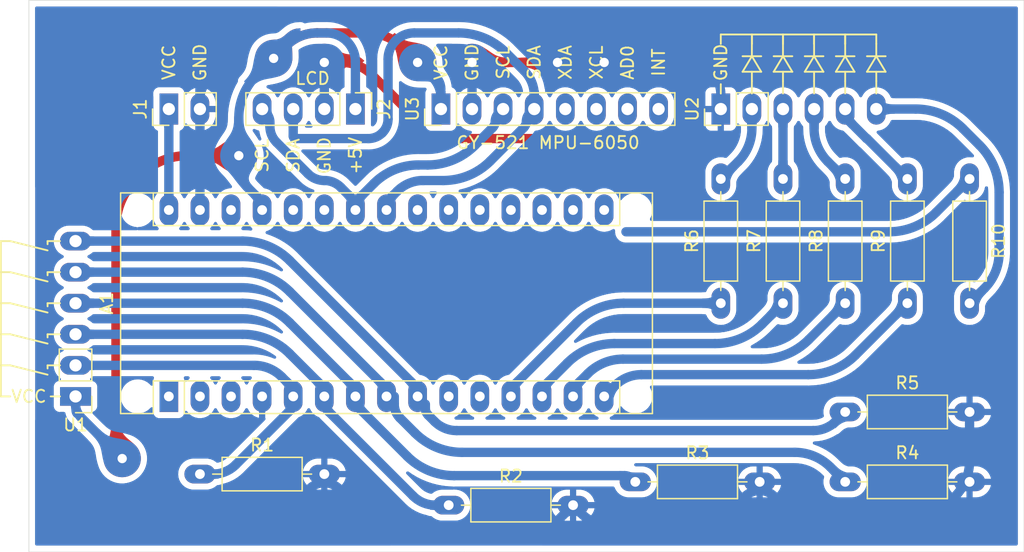
<source format=kicad_pcb>
(kicad_pcb (version 20211014) (generator pcbnew)
  (layers (0 "F.Cu" signal) (31 "B.Cu" signal) (34 "B.Paste" user) (35 "F.Paste" user) (36 "B.SilkS" user "B.Silkscreen") (37 "F.SilkS" user "F.Silkscreen") (38 "B.Mask" user) (39 "F.Mask" user) (44 "Edge.Cuts" user))
  (net 0 "")
  (net 1 "Net-(A1-Pad16)")
  (net 2 "Net-(A1-Pad15)")
  (net 3 "+9V")
  (net 4 "Net-(A1-Pad14)")
  (net 5 "GND")
  (net 6 "Net-(A1-Pad13)")
  (net 8 "Net-(A1-Pad12)")
  (net 9 "+5V")
  (net 14 "Net-(A1-Pad9)")
  (net 15 "Net-(A1-Pad24)")
  (net 16 "Net-(A1-Pad8)")
  (net 17 "Net-(A1-Pad23)")
  (net 18 "Net-(A1-Pad7)")
  (net 20 "Net-(A1-Pad6)")
  (net 22 "Net-(A1-Pad5)")
  (net 31 "Net-(R6-Pad2)")
  (net 32 "Net-(R7-Pad2)")
  (net 33 "Net-(R8-Pad2)")
  (net 34 "Net-(R9-Pad2)")
  (net 35 "Net-(R10-Pad2)")
  (footprint "My_Arduino:Arduino_Nano_WithMountingHoles_larger" (layer "F.Cu") (at 125.73 27.305 90)
    (fp_text reference "A1")
    (fp_text value "Arduino_Nano_v3.x")
  )
  (footprint "My_Headers:2-pin_power_input_header_larger_pads" (layer "F.Cu") (at 125.73 3.81 90)
    (fp_text reference "J1")
    (fp_text value "2-pin_power_input_header" hide)
  )
  (footprint "My_Headers:4-pin_I2C_LCD_header_larger" (layer "F.Cu") (at 140.97 3.81 -90)
    (fp_text reference "J2")
    (fp_text value "4-pin_I2C_LCD_header" hide)
  )
  (footprint "My_Misc:R_Axial_DIN0207_L6.3mm_D2.5mm_P10.16mm_Horizontal_larger_pads" (layer "F.Cu") (at 128.27 33.655)
    (fp_text reference "R1")
    (fp_text value "10k" hide)
  )
  (footprint "My_Misc:R_Axial_DIN0207_L6.3mm_D2.5mm_P10.16mm_Horizontal_larger_pads" (layer "F.Cu") (at 148.59 36.195)
    (fp_text reference "R2")
    (fp_text value "10k" hide)
  )
  (footprint "My_Misc:R_Axial_DIN0207_L6.3mm_D2.5mm_P10.16mm_Horizontal_larger_pads" (layer "F.Cu") (at 163.83 34.29)
    (fp_text reference "R3")
    (fp_text value "10k" hide)
  )
  (footprint "My_Misc:R_Axial_DIN0207_L6.3mm_D2.5mm_P10.16mm_Horizontal_larger_pads" (layer "F.Cu") (at 180.975 34.29)
    (fp_text reference "R4")
    (fp_text value "10k" hide)
  )
  (footprint "My_Misc:R_Axial_DIN0207_L6.3mm_D2.5mm_P10.16mm_Horizontal_larger_pads" (layer "F.Cu") (at 180.975 28.575)
    (fp_text reference "R5")
    (fp_text value "10k" hide)
  )
  (footprint "My_Misc:R_Axial_DIN0207_L6.3mm_D2.5mm_P10.16mm_Horizontal_larger_pads" (layer "F.Cu") (at 170.815 19.685 90)
    (fp_text reference "R6")
    (fp_text value "220R" hide)
  )
  (footprint "My_Misc:R_Axial_DIN0207_L6.3mm_D2.5mm_P10.16mm_Horizontal_larger_pads" (layer "F.Cu") (at 175.895 19.685 90)
    (fp_text reference "R7")
    (fp_text value "220R" hide)
  )
  (footprint "My_Misc:R_Axial_DIN0207_L6.3mm_D2.5mm_P10.16mm_Horizontal_larger_pads" (layer "F.Cu") (at 180.975 19.685 90)
    (fp_text reference "R8")
    (fp_text value "220R" hide)
  )
  (footprint "My_Misc:R_Axial_DIN0207_L6.3mm_D2.5mm_P10.16mm_Horizontal_larger_pads" (layer "F.Cu") (at 186.055 19.685 90)
    (fp_text reference "R9")
    (fp_text value "220R" hide)
  )
  (footprint "My_Misc:R_Axial_DIN0207_L6.3mm_D2.5mm_P10.16mm_Horizontal_larger_pads" (layer "F.Cu") (at 191.135 9.525 -90)
    (fp_text reference "R10")
    (fp_text value "220R" hide)
  )
  (footprint "My_Headers:6-pin_5_switch_header_large" (layer "F.Cu") (at 118.11 27.305 180)
    (fp_text reference "U1")
    (fp_text value "6-pin_5_button_header" hide)
  )
  (footprint "My_Headers:6-pin_5_LED_header_large" (layer "F.Cu") (at 170.815 3.81 90)
    (fp_text reference "U2")
    (fp_text value "6-pin_5_LED_header" hide)
  )
  (footprint "My_Headers:8-pin_GY-521,_MPU-6050_header_larger_pads" (layer "F.Cu") (at 147.955 3.81 90)
    (fp_text reference "U3")
    (fp_text value "GY-521_MPU-6050" hide)
  )
  (gr_line (start 149.225 40.005) (end 149.86 40.005) (layer "Edge.Cuts") (width 0.05))
  (gr_line (start 195.58 40.005) (end 195.58 -5.08) (layer "Edge.Cuts") (width 0.05))
  (gr_line (start 114.3 -5.08) (end 114.3 40.005) (layer "Edge.Cuts") (width 0.05))
  (gr_line (start 195.58 -5.08) (end 114.3 -5.08) (layer "Edge.Cuts") (width 0.05))
  (gr_line (start 114.3 40.005) (end 149.225 40.005) (layer "Edge.Cuts") (width 0.05))
  (gr_line (start 149.86 40.005) (end 195.58 40.005) (layer "Edge.Cuts") (width 0.05))
  (segment (start 184.562035 13.844001) (end 163.069001 13.844001) (width 0.762) (layer "B.Cu") (net 1))
  (segment (start 188.409791 12.250208) (end 191.135 9.525) (width 0.762) (layer "B.Cu") (net 1))
  (arc (start 188.409791 12.250208) (mid 186.644425 13.429787) (end 184.562035 13.844001) (width 0.762) (layer "B.Cu") (net 1))
  (segment (start 164.326944 25.525999) (end 177.960037 25.525999) (width 0.762) (layer "B.Cu") (net 2))
  (segment (start 162.1795 26.415499) (end 161.29 27.305) (width 0.762) (layer "B.Cu") (net 2))
  (segment (start 181.807793 23.932206) (end 186.055 19.685) (width 0.762) (layer "B.Cu") (net 2))
  (arc (start 164.326944 25.525999) (mid 163.164755 25.757172) (end 162.1795 26.415499) (width 0.762) (layer "B.Cu") (net 2))
  (arc (start 181.807793 23.932206) (mid 180.042427 25.111785) (end 177.960037 25.525999) (width 0.762) (layer "B.Cu") (net 2))
  (segment (start 125.73 3.81) (end 125.73 12.065) (width 0.762) (layer "B.Cu") (net 3))
  (segment (start 177.997803 22.662196) (end 180.975 19.685) (width 0.762) (layer "B.Cu") (net 4))
  (segment (start 158.75 26.973955) (end 158.75 27.305) (width 0.762) (layer "B.Cu") (net 4))
  (segment (start 162.824729 24.255989) (end 174.150047 24.255989) (width 0.762) (layer "B.Cu") (net 4))
  (segment (start 159.94346 25.449449) (end 158.984084 26.408825) (width 0.762) (layer "B.Cu") (net 4))
  (arc (start 177.997803 22.662196) (mid 176.232437 23.841775) (end 174.150047 24.255989) (width 0.762) (layer "B.Cu") (net 4))
  (arc (start 162.824729 24.255989) (mid 161.265397 24.566159) (end 159.94346 25.449449) (width 0.762) (layer "B.Cu") (net 4))
  (arc (start 158.984084 26.408825) (mid 158.810836 26.668109) (end 158.75 26.973955) (width 0.762) (layer "B.Cu") (net 4))
  (segment (start 145.592004 4.291802) (end 142.314971 1.014769) (width 0.762) (layer "F.Cu") (net 5))
  (segment (start 161.29 0) (end 163.350187 0) (width 0.762) (layer "F.Cu") (net 5))
  (segment (start 166.722835 1.595745) (end 166.38355 1.25646) (width 0.762) (layer "F.Cu") (net 5))
  (segment (start 146.049999 5.397499) (end 146.049999 5.919471) (width 0.762) (layer "F.Cu") (net 5))
  (segment (start 138.43 0) (end 139.865101 0) (width 0.762) (layer "F.Cu") (net 5))
  (segment (start 167.64001 4.317998) (end 167.64001 3.81) (width 0.762) (layer "F.Cu") (net 5))
  (segment (start 157.48 0) (end 150.495 0) (width 0.762) (layer "F.Cu") (net 5))
  (segment (start 165.734998 6.22301) (end 146.353537 6.22301) (width 0.762) (layer "F.Cu") (net 5))
  (via (at 157.48 0) (size 3.048) (drill 0.762) (layers "F.Cu" "B.Cu") (net 5))
  (via (at 150.495 0) (size 3.048) (drill 0.762) (layers "F.Cu" "B.Cu") (net 5))
  (via (at 161.29 0) (size 3.048) (drill 0.762) (layers "F.Cu" "B.Cu") (net 5))
  (via (at 138.43 0) (size 3.048) (drill 0.762) (layers "F.Cu" "B.Cu") (net 5))
  (arc (start 166.722835 1.595745) (mid 167.401643 2.611654) (end 167.64001 3.81) (width 0.762) (layer "F.Cu") (net 5))
  (arc (start 142.314971 1.014769) (mid 141.190961 0.263729) (end 139.865101 0) (width 0.762) (layer "F.Cu") (net 5))
  (arc (start 146.049999 5.919471) (mid 146.073104 6.03563) (end 146.138903 6.134105) (width 0.762) (layer "F.Cu") (net 5))
  (arc (start 145.592004 4.291802) (mid 145.930969 4.7991) (end 146.049999 5.397499) (width 0.762) (layer "F.Cu") (net 5))
  (arc (start 167.64001 4.317998) (mid 167.494999 5.047014) (end 167.082045 5.665045) (width 0.762) (layer "F.Cu") (net 5))
  (arc (start 166.38355 1.25646) (mid 164.991831 0.326543) (end 163.350187 0) (width 0.762) (layer "F.Cu") (net 5))
  (arc (start 146.138903 6.134105) (mid 146.237378 6.199904) (end 146.353537 6.22301) (width 0.762) (layer "F.Cu") (net 5))
  (arc (start 167.082045 5.665045) (mid 166.464014 6.077999) (end 165.734998 6.22301) (width 0.762) (layer "F.Cu") (net 5))
  (segment (start 150.495 0) (end 150.495 0) (width 0.762) (layer "B.Cu") (net 5))
  (segment (start 138.43 0) (end 138.43 0) (width 0.762) (layer "B.Cu") (net 5))
  (segment (start 156.845 0) (end 157.48 0) (width 0.762) (layer "B.Cu") (net 5))
  (segment (start 161.29 0) (end 157.48 0) (width 0.762) (layer "B.Cu") (net 5))
  (segment (start 117.290782 8.109015) (end 122.539017 2.86078) (width 0.762) (layer "B.Cu") (net 5))
  (segment (start 150.495 0) (end 150.495 3.81) (width 0.762) (layer "B.Cu") (net 5))
  (segment (start 168.307037 37.718999) (end 161.351629 37.718999) (width 0.762) (layer "B.Cu") (net 5))
  (segment (start 145.636964 38.608001) (end 154.630749 38.608001) (width 0.762) (layer "B.Cu") (net 5))
  (segment (start 128.27 2.963334) (end 128.27 4.656666) (width 0.762) (layer "B.Cu") (net 5))
  (segment (start 138.43 0) (end 138.43 3.81) (width 0.762) (layer "B.Cu") (net 5))
  (segment (start 154.120781 -2.089217) (end 155.760987 -0.449012) (width 0.762) (layer "B.Cu") (net 5))
  (segment (start 172.783499 35.4965) (end 172.154793 36.125206) (width 0.762) (layer "B.Cu") (net 5))
  (segment (start 141.789208 37.014208) (end 139.6365 34.8615) (width 0.762) (layer "B.Cu") (net 5))
  (segment (start 161.29 0) (end 168.213369 0) (width 0.762) (layer "B.Cu") (net 5))
  (segment (start 170.815 2.60163) (end 170.815 3.81) (width 0.762) (layer "B.Cu") (net 5))
  (segment (start 117.290782 31.327024) (end 120.437966 34.474208) (width 0.762) (layer "B.Cu") (net 5))
  (segment (start 128.053195 1.396999) (end 126.072899 1.396999) (width 0.762) (layer "B.Cu") (net 5))
  (segment (start 191.135 32.58375) (end 191.135 28.575) (width 0.762) (layer "B.Cu") (net 5))
  (segment (start 128.27 2.963334) (end 128.27 1.613803) (width 0.762) (layer "B.Cu") (net 5))
  (segment (start 134.310749 36.068001) (end 124.285722 36.068001) (width 0.762) (layer "B.Cu") (net 5))
  (segment (start 157.543499 37.4015) (end 157.988 36.956999) (width 0.762) (layer "B.Cu") (net 5))
  (segment (start 187.015749 36.703001) (end 178.10925 36.703001) (width 0.762) (layer "B.Cu") (net 5))
  (segment (start 115.69699 27.479268) (end 115.69699 11.956771) (width 0.762) (layer "B.Cu") (net 5))
  (segment (start 128.868683 1.517984) (end 132.475886 -2.089218) (width 0.762) (layer "B.Cu") (net 5))
  (segment (start 150.273025 -3.683011) (end 136.323642 -3.683011) (width 0.762) (layer "B.Cu") (net 5))
  (segment (start 128.27 4.656666) (end 128.27 12.065) (width 0.762) (layer "B.Cu") (net 5))
  (arc (start 155.760987 -0.449012) (mid 156.258336 -0.116694) (end 156.845 0) (width 0.762) (layer "B.Cu") (net 5))
  (arc (start 115.69699 27.479268) (mid 116.111203 29.561658) (end 117.290782 31.327024) (width 0.762) (layer "B.Cu") (net 5))
  (arc (start 154.120781 -2.089217) (mid 152.355415 -3.268797) (end 150.273025 -3.683011) (width 0.762) (layer "B.Cu") (net 5))
  (arc (start 189.928499 35.4965) (mid 188.592118 36.389441) (end 187.015749 36.703001) (width 0.762) (layer "B.Cu") (net 5))
  (arc (start 128.27 2.963334) (mid 128.27 2.963334) (end 128.27 2.963334) (width 0.762) (layer "B.Cu") (net 5))
  (arc (start 120.437966 34.474208) (mid 122.203331 35.653787) (end 124.285722 36.068001) (width 0.762) (layer "B.Cu") (net 5))
  (arc (start 170.053 0.762) (mid 170.616962 1.606029) (end 170.815 2.60163) (width 0.762) (layer "B.Cu") (net 5))
  (arc (start 128.27 4.656666) (mid 128.27 3.81) (end 128.27 2.963334) (width 0.762) (layer "B.Cu") (net 5))
  (arc (start 126.072899 1.396999) (mid 124.160375 1.777423) (end 122.539017 2.86078) (width 0.762) (layer "B.Cu") (net 5))
  (arc (start 170.053 0.762) (mid 169.20897 0.198037) (end 168.213369 0) (width 0.762) (layer "B.Cu") (net 5))
  (arc (start 117.290782 8.109015) (mid 116.111203 9.87438) (end 115.69699 11.956771) (width 0.762) (layer "B.Cu") (net 5))
  (arc (start 175.1965 35.4965) (mid 173.989999 34.996751) (end 172.783499 35.4965) (width 0.762) (layer "B.Cu") (net 5))
  (arc (start 191.135 32.58375) (mid 190.82144 34.160119) (end 189.928499 35.4965) (width 0.762) (layer "B.Cu") (net 5))
  (arc (start 175.1965 35.4965) (mid 176.532881 36.389441) (end 178.10925 36.703001) (width 0.762) (layer "B.Cu") (net 5))
  (arc (start 157.543499 37.4015) (mid 156.207118 38.294441) (end 154.630749 38.608001) (width 0.762) (layer "B.Cu") (net 5))
  (arc (start 159.511999 36.956999) (mid 158.749999 36.641368) (end 157.988 36.956999) (width 0.762) (layer "B.Cu") (net 5))
  (arc (start 139.6365 34.8615) (mid 138.429999 34.361751) (end 137.223499 34.8615) (width 0.762) (layer "B.Cu") (net 5))
  (arc (start 128.206499 1.460499) (mid 128.253496 1.530835) (end 128.27 1.613803) (width 0.762) (layer "B.Cu") (net 5))
  (arc (start 136.323642 -3.683011) (mid 134.241251 -3.268797) (end 132.475886 -2.089218) (width 0.762) (layer "B.Cu") (net 5))
  (arc (start 141.789208 37.014208) (mid 143.554573 38.193787) (end 145.636964 38.608001) (width 0.762) (layer "B.Cu") (net 5))
  (arc (start 128.868683 1.517984) (mid 128.425592 2.181116) (end 128.27 2.963334) (width 0.762) (layer "B.Cu") (net 5))
  (arc (start 128.206499 1.460499) (mid 128.136162 1.413502) (end 128.053195 1.396999) (width 0.762) (layer "B.Cu") (net 5))
  (arc (start 172.154793 36.125206) (mid 170.389427 37.304785) (end 168.307037 37.718999) (width 0.762) (layer "B.Cu") (net 5))
  (arc (start 159.511999 36.956999) (mid 160.356028 37.520961) (end 161.351629 37.718999) (width 0.762) (layer "B.Cu") (net 5))
  (arc (start 137.223499 34.8615) (mid 135.887118 35.754441) (end 134.310749 36.068001) (width 0.762) (layer "B.Cu") (net 5))
  (segment (start 174.187813 21.392186) (end 175.895 19.685) (width 0.762) (layer "B.Cu") (net 6))
  (segment (start 162.120894 22.985979) (end 170.340057 22.985979) (width 0.762) (layer "B.Cu") (net 6))
  (segment (start 158.273137 24.579771) (end 156.444084 26.408825) (width 0.762) (layer "B.Cu") (net 6))
  (segment (start 156.21 26.973955) (end 156.21 27.305) (width 0.762) (layer "B.Cu") (net 6))
  (arc (start 162.120894 22.985979) (mid 160.038503 23.400192) (end 158.273137 24.579771) (width 0.762) (layer "B.Cu") (net 6))
  (arc (start 174.187813 21.392186) (mid 172.422447 22.571765) (end 170.340057 22.985979) (width 0.762) (layer "B.Cu") (net 6))
  (arc (start 156.444084 26.408825) (mid 156.270836 26.668109) (end 156.21 26.973955) (width 0.762) (layer "B.Cu") (net 6))
  (segment (start 153.67 26.973955) (end 153.67 27.305) (width 0.762) (layer "B.Cu") (net 8))
  (segment (start 162.881873 19.685) (end 170.815 19.685) (width 0.762) (layer "B.Cu") (net 8))
  (segment (start 159.034117 21.278792) (end 153.904084 26.408825) (width 0.762) (layer "B.Cu") (net 8))
  (arc (start 153.904084 26.408825) (mid 153.730836 26.668109) (end 153.67 26.973955) (width 0.762) (layer "B.Cu") (net 8))
  (arc (start 162.881873 19.685) (mid 160.799482 20.099213) (end 159.034117 21.278792) (width 0.762) (layer "B.Cu") (net 8))
  (segment (start 123.004791 9.617285) (end 123.408295 9.213782) (width 0.762) (layer "F.Cu") (net 9))
  (segment (start 121.410999 13.465042) (end 121.410999 31.51608) (width 0.762) (layer "F.Cu") (net 9))
  (segment (start 131.44499 7.61999) (end 127.256051 7.61999) (width 0.762) (layer "F.Cu") (net 9))
  (segment (start 135.329933 -1.372023) (end 134.288955 -0.331045) (width 0.762) (layer "F.Cu") (net 9))
  (segment (start 144.843499 -1.2065) (end 146.05 0) (width 0.762) (layer "F.Cu") (net 9))
  (segment (start 121.665499 32.130499) (end 121.92 32.385) (width 0.762) (layer "F.Cu") (net 9))
  (segment (start 137.843076 -2.413001) (end 141.930749 -2.413001) (width 0.762) (layer "F.Cu") (net 9))
  (via (at 134.288955 -0.331045) (size 3.048) (drill 0.762) (layers "F.Cu" "B.Cu") (net 9))
  (via (at 131.44499 7.61999) (size 3.048) (drill 0.762) (layers "F.Cu" "B.Cu") (net 9))
  (via (at 121.92 32.385) (size 3.048) (drill 0.762) (layers "F.Cu" "B.Cu") (net 9))
  (via (at 146.05 0) (size 3.048) (drill 0.762) (layers "F.Cu" "B.Cu") (net 9))
  (arc (start 137.843076 -2.413001) (mid 136.482972 -2.142459) (end 135.329933 -1.372023) (width 0.762) (layer "F.Cu") (net 9))
  (arc (start 144.843499 -1.2065) (mid 143.507118 -2.099441) (end 141.930749 -2.413001) (width 0.762) (layer "F.Cu") (net 9))
  (arc (start 127.256051 7.61999) (mid 125.17366 8.034203) (end 123.408295 9.213782) (width 0.762) (layer "F.Cu") (net 9))
  (arc (start 121.410999 31.51608) (mid 121.477141 31.848601) (end 121.665499 32.130499) (width 0.762) (layer "F.Cu") (net 9))
  (arc (start 123.004791 9.617285) (mid 121.825212 11.382651) (end 121.410999 13.465042) (width 0.762) (layer "F.Cu") (net 9))
  (segment (start 146.05 0) (end 146.05 0) (width 0.762) (layer "B.Cu") (net 9))
  (segment (start 131.44499 8.558945) (end 131.44499 7.61999) (width 0.762) (layer "B.Cu") (net 9))
  (segment (start 121.92 32.385) (end 121.92 32.385) (width 0.762) (layer "B.Cu") (net 9))
  (segment (start 134.288955 -0.331045) (end 132.866972 1.090937) (width 0.762) (layer "B.Cu") (net 9))
  (segment (start 138.611189 -2.413001) (end 137.843076 -2.413001) (width 0.762) (layer "B.Cu") (net 9))
  (segment (start 118.11 27.94) (end 118.11 27.305) (width 0.762) (layer "B.Cu") (net 9))
  (segment (start 147.955 2.8575) (end 147.955 3.81) (width 0.762) (layer "B.Cu") (net 9))
  (segment (start 140.97 -0.05419) (end 140.97 3.81) (width 0.762) (layer "B.Cu") (net 9))
  (segment (start 132.108931 10.161841) (end 133.115915 11.168825) (width 0.762) (layer "B.Cu") (net 9))
  (segment (start 131.44499 7.61999) (end 131.44499 4.523906) (width 0.762) (layer "B.Cu") (net 9))
  (segment (start 121.92 32.385) (end 118.559012 29.024012) (width 0.762) (layer "B.Cu") (net 9))
  (segment (start 133.35 11.733955) (end 133.35 12.065) (width 0.762) (layer "B.Cu") (net 9))
  (segment (start 147.28148 1.23148) (end 146.05 0) (width 0.762) (layer "B.Cu") (net 9))
  (segment (start 134.288955 -0.331045) (end 135.329933 -1.372023) (width 0.762) (layer "B.Cu") (net 9))
  (arc (start 140.27912 -1.722121) (mid 139.513867 -2.233447) (end 138.611189 -2.413001) (width 0.762) (layer "B.Cu") (net 9))
  (arc (start 118.11 27.94) (mid 118.226694 28.526663) (end 118.559012 29.024012) (width 0.762) (layer "B.Cu") (net 9))
  (arc (start 133.115915 11.168825) (mid 133.289163 11.428109) (end 133.35 11.733955) (width 0.762) (layer "B.Cu") (net 9))
  (arc (start 137.843076 -2.413001) (mid 136.482972 -2.142459) (end 135.329933 -1.372023) (width 0.762) (layer "B.Cu") (net 9))
  (arc (start 131.44499 8.558945) (mid 131.617542 9.426426) (end 132.108931 10.161841) (width 0.762) (layer "B.Cu") (net 9))
  (arc (start 132.866972 1.090937) (mid 131.814551 2.665996) (end 131.44499 4.523906) (width 0.762) (layer "B.Cu") (net 9))
  (arc (start 147.28148 1.23148) (mid 147.779957 1.977504) (end 147.955 2.8575) (width 0.762) (layer "B.Cu") (net 9))
  (arc (start 140.27912 -1.722121) (mid 140.790446 -0.956868) (end 140.97 -0.05419) (width 0.762) (layer "B.Cu") (net 9))
  (segment (start 131.758126 14.605) (end 118.11 14.605) (width 0.762) (layer "B.Cu") (net 14))
  (segment (start 147.433454 29.350544) (end 146.919084 28.836174) (width 0.762) (layer "B.Cu") (net 14))
  (segment (start 145.815915 26.408825) (end 135.605882 16.198792) (width 0.762) (layer "B.Cu") (net 14))
  (segment (start 178.37337 30.098999) (end 149.240383 30.098999) (width 0.762) (layer "B.Cu") (net 14))
  (segment (start 146.05 26.973955) (end 146.05 27.305) (width 0.762) (layer "B.Cu") (net 14))
  (segment (start 146.685 28.271045) (end 146.685 27.94) (width 0.762) (layer "B.Cu") (net 14))
  (segment (start 180.213 29.336999) (end 180.975 28.575) (width 0.762) (layer "B.Cu") (net 14))
  (arc (start 180.213 29.336999) (mid 179.36897 29.900961) (end 178.37337 30.098999) (width 0.762) (layer "B.Cu") (net 14))
  (arc (start 147.433454 29.350544) (mid 148.26248 29.904481) (end 149.240383 30.098999) (width 0.762) (layer "B.Cu") (net 14))
  (arc (start 145.815915 26.408825) (mid 145.989163 26.668109) (end 146.05 26.973955) (width 0.762) (layer "B.Cu") (net 14))
  (arc (start 135.605882 16.198792) (mid 133.840516 15.019213) (end 131.758126 14.605) (width 0.762) (layer "B.Cu") (net 14))
  (arc (start 146.685 28.271045) (mid 146.745836 28.57689) (end 146.919084 28.836174) (width 0.762) (layer "B.Cu") (net 14))
  (segment (start 146.12705 8.38198) (end 146.871146 8.38198) (width 0.762) (layer "B.Cu") (net 15))
  (segment (start 133.98499 4.893995) (end 133.98499 5.216022) (width 0.762) (layer "B.Cu") (net 15))
  (segment (start 139.77386 10.20677) (end 140.735915 11.168825) (width 0.762) (layer "B.Cu") (net 15))
  (segment (start 140.97 11.733955) (end 140.97 12.065) (width 0.762) (layer "B.Cu") (net 15))
  (segment (start 137.095144 9.097209) (end 134.530192 6.532257) (width 0.762) (layer "B.Cu") (net 15))
  (segment (start 152.634094 4.210905) (end 153.035 3.81) (width 0.762) (layer "B.Cu") (net 15))
  (segment (start 140.97 11.733955) (end 140.97 12.7) (width 0.762) (layer "B.Cu") (net 15))
  (segment (start 150.718902 6.788186) (end 152.165925 5.341164) (width 0.762) (layer "B.Cu") (net 15))
  (segment (start 133.667495 4.127495) (end 133.35 3.81) (width 0.762) (layer "B.Cu") (net 15))
  (segment (start 142.480464 9.892444) (end 141.204084 11.168825) (width 0.762) (layer "B.Cu") (net 15))
  (arc (start 150.718902 6.788186) (mid 148.953536 7.967766) (end 146.871146 8.38198) (width 0.762) (layer "B.Cu") (net 15))
  (arc (start 133.98499 5.216022) (mid 134.126683 5.928363) (end 134.530192 6.532257) (width 0.762) (layer "B.Cu") (net 15))
  (arc (start 141.204084 11.168825) (mid 141.030836 11.428109) (end 140.97 11.733955) (width 0.762) (layer "B.Cu") (net 15))
  (arc (start 140.97 11.733955) (mid 140.97 11.733955) (end 140.97 11.733955) (width 0.762) (layer "B.Cu") (net 15))
  (arc (start 146.12705 8.38198) (mid 144.153532 8.774536) (end 142.480464 9.892444) (width 0.762) (layer "B.Cu") (net 15))
  (arc (start 152.40001 4.776035) (mid 152.339173 5.08188) (end 152.165925 5.341164) (width 0.762) (layer "B.Cu") (net 15))
  (arc (start 140.97 11.733955) (mid 140.909163 11.428109) (end 140.735915 11.168825) (width 0.762) (layer "B.Cu") (net 15))
  (arc (start 152.634094 4.210905) (mid 152.460846 4.470189) (end 152.40001 4.776035) (width 0.762) (layer "B.Cu") (net 15))
  (arc (start 133.667495 4.127495) (mid 133.902475 4.479168) (end 133.98499 4.893995) (width 0.762) (layer "B.Cu") (net 15))
  (arc (start 137.095144 9.097209) (mid 137.709647 9.507807) (end 138.434502 9.65199) (width 0.762) (layer "B.Cu") (net 15))
  (arc (start 139.77386 10.20677) (mid 139.159357 9.796172) (end 138.434502 9.65199) (width 0.762) (layer "B.Cu") (net 15))
  (arc (start 140.735915 11.168825) (mid 140.969999 11.265786) (end 141.204084 11.168825) (width 0.762) (layer "B.Cu") (net 15))
  (segment (start 135.605882 18.738792) (end 143.275915 26.408825) (width 0.762) (layer "B.Cu") (net 16))
  (segment (start 145.826116 30.283206) (end 144.60359 29.06068) (width 0.762) (layer "B.Cu") (net 16))
  (segment (start 144.145 27.953545) (end 144.145 27.305) (width 0.762) (layer "B.Cu") (net 16))
  (segment (start 131.758126 17.145) (end 118.11 17.145) (width 0.762) (layer "B.Cu") (net 16))
  (segment (start 143.51 26.973955) (end 143.51 27.305) (width 0.762) (layer "B.Cu") (net 16))
  (segment (start 179.768499 33.083499) (end 180.975 34.29) (width 0.762) (layer "B.Cu") (net 16))
  (segment (start 176.855749 31.876999) (end 149.673872 31.876999) (width 0.762) (layer "B.Cu") (net 16))
  (arc (start 145.826116 30.283206) (mid 147.591481 31.462785) (end 149.673872 31.876999) (width 0.762) (layer "B.Cu") (net 16))
  (arc (start 179.768499 33.083499) (mid 178.432118 32.190558) (end 176.855749 31.876999) (width 0.762) (layer "B.Cu") (net 16))
  (arc (start 135.605882 18.738792) (mid 133.840516 17.559213) (end 131.758126 17.145) (width 0.762) (layer "B.Cu") (net 16))
  (arc (start 143.275915 26.408825) (mid 143.449163 26.668109) (end 143.51 26.973955) (width 0.762) (layer "B.Cu") (net 16))
  (arc (start 144.145 27.953545) (mid 144.264183 28.552722) (end 144.60359 29.06068) (width 0.762) (layer "B.Cu") (net 16))
  (segment (start 153.247033 -0.819208) (end 154.761388 0.695146) (width 0.762) (layer "B.Cu") (net 17))
  (segment (start 144.385459 10.527449) (end 143.744084 11.168825) (width 0.762) (layer "B.Cu") (net 17))
  (segment (start 143.51 11.733955) (end 143.51 12.065) (width 0.762) (layer "B.Cu") (net 17))
  (segment (start 136.106804 6.223001) (end 142.032663 6.223001) (width 0.762) (layer "B.Cu") (net 17))
  (segment (start 155.257504 4.127494) (end 155.174094 4.210905) (width 0.762) (layer "B.Cu") (net 17))
  (segment (start 145.779008 -2.413001) (end 149.399277 -2.413001) (width 0.762) (layer "B.Cu") (net 17))
  (segment (start 155.575 3.360994) (end 155.575 2.659379) (width 0.762) (layer "B.Cu") (net 17))
  (segment (start 154.705925 5.341164) (end 151.988892 8.058197) (width 0.762) (layer "B.Cu") (net 17))
  (segment (start 135.89 6.006196) (end 135.89 3.81) (width 0.762) (layer "B.Cu") (net 17))
  (segment (start 146.499007 9.65199) (end 148.141136 9.65199) (width 0.762) (layer "B.Cu") (net 17))
  (segment (start 143.636999 4.618665) (end 143.636999 -0.270991) (width 0.762) (layer "B.Cu") (net 17))
  (arc (start 146.499007 9.65199) (mid 145.355163 9.879514) (end 144.385459 10.527449) (width 0.762) (layer "B.Cu") (net 17))
  (arc (start 144.264379 -1.785621) (mid 143.800049 -1.090702) (end 143.636999 -0.270991) (width 0.762) (layer "B.Cu") (net 17))
  (arc (start 135.89 6.006196) (mid 135.906503 6.089163) (end 135.9535 6.1595) (width 0.762) (layer "B.Cu") (net 17))
  (arc (start 154.94001 4.776035) (mid 154.879173 5.08188) (end 154.705925 5.341164) (width 0.762) (layer "B.Cu") (net 17))
  (arc (start 153.247033 -0.819208) (mid 151.481667 -1.998787) (end 149.399277 -2.413001) (width 0.762) (layer "B.Cu") (net 17))
  (arc (start 143.1671 5.753102) (mid 142.646615 6.100878) (end 142.032663 6.223001) (width 0.762) (layer "B.Cu") (net 17))
  (arc (start 135.9535 6.1595) (mid 136.023836 6.206497) (end 136.106804 6.223001) (width 0.762) (layer "B.Cu") (net 17))
  (arc (start 143.744084 11.168825) (mid 143.570836 11.428109) (end 143.51 11.733955) (width 0.762) (layer "B.Cu") (net 17))
  (arc (start 155.174094 4.210905) (mid 155.000846 4.470189) (end 154.94001 4.776035) (width 0.762) (layer "B.Cu") (net 17))
  (arc (start 143.636999 4.618665) (mid 143.514876 5.232617) (end 143.1671 5.753102) (width 0.762) (layer "B.Cu") (net 17))
  (arc (start 155.575 3.360994) (mid 155.492485 3.775821) (end 155.257504 4.127494) (width 0.762) (layer "B.Cu") (net 17))
  (arc (start 154.761388 0.695146) (mid 155.363549 1.596343) (end 155.575 2.659379) (width 0.762) (layer "B.Cu") (net 17))
  (arc (start 145.779008 -2.413001) (mid 144.959296 -2.24995) (end 144.264379 -1.785621) (width 0.762) (layer "B.Cu") (net 17))
  (arc (start 151.988892 8.058197) (mid 150.223526 9.237776) (end 148.141136 9.65199) (width 0.762) (layer "B.Cu") (net 17))
  (segment (start 140.97 26.973955) (end 140.97 27.636045) (width 0.762) (layer "B.Cu") (net 18))
  (segment (start 162.962788 33.781999) (end 149.038872 33.781999) (width 0.762) (layer "B.Cu") (net 18))
  (segment (start 141.204084 28.201174) (end 145.191116 32.188206) (width 0.762) (layer "B.Cu") (net 18))
  (segment (start 140.735915 26.408825) (end 135.605882 21.278792) (width 0.762) (layer "B.Cu") (net 18))
  (segment (start 131.758126 19.685) (end 118.11 19.685) (width 0.762) (layer "B.Cu") (net 18))
  (segment (start 163.575999 34.035999) (end 163.83 34.29) (width 0.762) (layer "B.Cu") (net 18))
  (arc (start 163.575999 34.035999) (mid 163.294655 33.848011) (end 162.962788 33.781999) (width 0.762) (layer "B.Cu") (net 18))
  (arc (start 135.605882 21.278792) (mid 133.840516 20.099213) (end 131.758126 19.685) (width 0.762) (layer "B.Cu") (net 18))
  (arc (start 145.191116 32.188206) (mid 146.956481 33.367785) (end 149.038872 33.781999) (width 0.762) (layer "B.Cu") (net 18))
  (arc (start 140.735915 26.408825) (mid 140.909163 26.668109) (end 140.97 26.973955) (width 0.762) (layer "B.Cu") (net 18))
  (arc (start 140.97 27.636045) (mid 141.030836 27.94189) (end 141.204084 28.201174) (width 0.762) (layer "B.Cu") (net 18))
  (segment (start 138.195915 26.408825) (end 135.605882 23.818792) (width 0.762) (layer "B.Cu") (net 20))
  (segment (start 147.512369 36.195) (end 148.59 36.195) (width 0.762) (layer "B.Cu") (net 20))
  (segment (start 131.758126 22.225) (end 118.11 22.225) (width 0.762) (layer "B.Cu") (net 20))
  (segment (start 145.672739 35.433) (end 138.742987 28.503248) (width 0.762) (layer "B.Cu") (net 20))
  (segment (start 138.43 26.973955) (end 138.43 27.636045) (width 0.762) (layer "B.Cu") (net 20))
  (segment (start 138.43 27.636045) (end 138.43 27.74763) (width 0.762) (layer "B.Cu") (net 20))
  (arc (start 138.43 27.74763) (mid 138.511342 28.156567) (end 138.742987 28.503248) (width 0.762) (layer "B.Cu") (net 20))
  (arc (start 138.195915 26.408825) (mid 138.369163 26.668109) (end 138.43 26.973955) (width 0.762) (layer "B.Cu") (net 20))
  (arc (start 135.605882 23.818792) (mid 133.840516 22.639213) (end 131.758126 22.225) (width 0.762) (layer "B.Cu") (net 20))
  (arc (start 145.672739 35.433) (mid 146.516768 35.996962) (end 147.512369 36.195) (width 0.762) (layer "B.Cu") (net 20))
  (segment (start 135.89 26.973955) (end 135.89 27.636045) (width 0.762) (layer "B.Cu") (net 22))
  (segment (start 129.34763 33.655) (end 128.27 33.655) (width 0.762) (layer "B.Cu") (net 22))
  (segment (start 134.951045 25.703955) (end 135.655915 26.408825) (width 0.762) (layer "B.Cu") (net 22))
  (segment (start 135.89 27.74763) (end 135.89 27.636045) (width 0.762) (layer "B.Cu") (net 22))
  (segment (start 132.684207 24.765) (end 118.11 24.765) (width 0.762) (layer "B.Cu") (net 22))
  (segment (start 135.577012 28.503247) (end 131.18726 32.893) (width 0.762) (layer "B.Cu") (net 22))
  (arc (start 134.951045 25.703955) (mid 133.91101 25.009026) (end 132.684207 24.765) (width 0.762) (layer "B.Cu") (net 22))
  (arc (start 135.89 27.74763) (mid 135.808657 28.156567) (end 135.577012 28.503247) (width 0.762) (layer "B.Cu") (net 22))
  (arc (start 135.655915 26.408825) (mid 135.829163 26.668109) (end 135.89 26.973955) (width 0.762) (layer "B.Cu") (net 22))
  (arc (start 131.18726 32.893) (mid 130.34323 33.456962) (end 129.34763 33.655) (width 0.762) (layer "B.Cu") (net 22))
  (segment (start 173.355 5.3975) (end 173.355 3.81) (width 0.762) (layer "B.Cu") (net 31))
  (segment (start 172.232467 8.107532) (end 170.815 9.525) (width 0.762) (layer "B.Cu") (net 31))
  (arc (start 173.355 5.3975) (mid 173.063263 6.864158) (end 172.232467 8.107532) (width 0.762) (layer "B.Cu") (net 31))
  (segment (start 175.895 9.525) (end 175.895 3.81) (width 0.762) (layer "B.Cu") (net 32))
  (segment (start 179.557532 8.107532) (end 180.975 9.525) (width 0.762) (layer "B.Cu") (net 33))
  (segment (start 178.435 5.3975) (end 178.435 3.81) (width 0.762) (layer "B.Cu") (net 33))
  (arc (start 178.435 5.3975) (mid 178.726736 6.864158) (end 179.557532 8.107532) (width 0.762) (layer "B.Cu") (net 33))
  (segment (start 182.716342 6.213432) (end 181.209084 4.706174) (width 0.762) (layer "B.Cu") (net 34))
  (segment (start 180.975 4.141045) (end 180.975 3.81) (width 0.762) (layer "B.Cu") (net 34))
  (segment (start 182.762587 6.232587) (end 186.055 9.525) (width 0.762) (layer "B.Cu") (net 34))
  (arc (start 180.975 4.141045) (mid 181.035836 4.44689) (end 181.209084 4.706174) (width 0.762) (layer "B.Cu") (net 34))
  (arc (start 182.762587 6.232587) (mid 182.751978 6.225498) (end 182.739465 6.22301) (width 0.762) (layer "B.Cu") (net 34))
  (arc (start 182.716342 6.213432) (mid 182.72695 6.22052) (end 182.739465 6.22301) (width 0.762) (layer "B.Cu") (net 34))
  (segment (start 193.548001 15.565749) (end 193.548001 10.620722) (width 0.762) (layer "B.Cu") (net 35))
  (segment (start 192.3415 18.478499) (end 191.135 19.685) (width 0.762) (layer "B.Cu") (net 35))
  (segment (start 186.737278 3.809999) (end 183.515 3.81) (width 0.762) (layer "B.Cu") (net 35))
  (segment (start 190.585034 5.403792) (end 191.954208 6.772966) (width 0.762) (layer "B.Cu") (net 35))
  (arc (start 193.548001 15.565749) (mid 193.234441 17.142118) (end 192.3415 18.478499) (width 0.762) (layer "B.Cu") (net 35))
  (arc (start 190.585034 5.403792) (mid 188.819668 4.224212) (end 186.737278 3.809999) (width 0.762) (layer "B.Cu") (net 35))
  (arc (start 191.954208 6.772966) (mid 193.133787 8.538331) (end 193.548001 10.620722) (width 0.762) (layer "B.Cu") (net 35))
  (zone (net 9) (net_name "+5V") (layer "F.Cu") (priority 16962) (connect_pads yes (clearance 0)) (min_thickness 0.0254) (fill yes (thermal_gap 0.508) (thermal_bridge_width 0.508))
    (polygon (pts (xy 136.48058 -2.794001) (xy 136.157419 -2.76771) (xy 135.894053 -2.696349) (xy 135.676725 -2.591186) (xy 135.49168 -2.463488) (xy 135.32516 -2.324523) (xy 135.163408 -2.185557) (xy 134.992668 -2.057859) (xy 134.799184 -1.952696) (xy 134.569198 -1.881335) (xy 134.288955 -1.855045) (xy 133.75014 0.20777) (xy 135.728551 0.169094) (xy 135.798586 -0.123901) (xy 135.822133 -0.425433) (xy 135.817055 -0.726226) (xy 135.801216 -1.017006) (xy 135.792479 -1.288498) (xy 135.80871 -1.531425) (xy 135.867772 -1.736514) (xy 135.987528 -1.89449) (xy 136.185842 -1.996077) (xy 136.48058 -2.032001)))
  )
  (zone (net 9) (net_name "+5V") (layer "F.Cu") (priority 16962) (connect_pads yes (clearance 0)) (min_thickness 0.0254) (fill yes (thermal_gap 0.508) (thermal_bridge_width 0.508))
    (polygon (pts (xy 121.029999 29.421999) (xy 121.016221 29.814807) (xy 120.978237 30.143928) (xy 120.921067 30.423796) (xy 120.849731 30.668842) (xy 120.769249 30.893501) (xy 120.684643 31.112204) (xy 120.600933 31.339384) (xy 120.52314 31.589475) (xy 120.456284 31.876908) (xy 120.405387 32.216118) (xy 122.174105 33.103383) (xy 122.991565 31.301339) (xy 122.791039 31.113742) (xy 122.603007 30.952048) (xy 122.429498 30.806515) (xy 122.27254 30.667401) (xy 122.134162 30.524965) (xy 122.016394 30.369465) (xy 121.921265 30.19116) (xy 121.850803 29.980308) (xy 121.807038 29.727168) (xy 121.791999 29.421999)))
  )
  (zone (net 9) (net_name "+5V") (layer "F.Cu") (priority 16962) (connect_pads yes (clearance 0)) (min_thickness 0.0254) (fill yes (thermal_gap 0.508) (thermal_bridge_width 0.508))
    (polygon (pts (xy 143.62816 -1.883025) (xy 143.86722 -1.623329) (xy 144.045076 -1.386514) (xy 144.172943 -1.165779) (xy 144.262036 -0.954328) (xy 144.323571 -0.745361) (xy 144.368762 -0.532081) (xy 144.408826 -0.307689) (xy 144.454977 -0.065387) (xy 144.518431 0.201622) (xy 144.610404 0.500139) (xy 146.588815 0.538815) (xy 146.550139 -1.439596) (xy 146.251622 -1.531568) (xy 145.984612 -1.595022) (xy 145.74231 -1.641173) (xy 145.517918 -1.681237) (xy 145.304638 -1.726428) (xy 145.095671 -1.787963) (xy 144.88422 -1.877056) (xy 144.663485 -2.004923) (xy 144.42667 -2.182779) (xy 144.166975 -2.42184)))
  )
  (zone (net 5) (net_name "GND") (layer "F.Cu") (priority 16962) (connect_pads yes (clearance 0)) (min_thickness 0.0254) (fill yes (thermal_gap 0.508) (thermal_bridge_width 0.508))
    (polygon (pts (xy 153.539 -0.381) (xy 153.186326 -0.395591) (xy 152.893109 -0.437281) (xy 152.64661 -0.502949) (xy 152.434093 -0.589469) (xy 152.242819 -0.693719) (xy 152.060052 -0.812576) (xy 151.873054 -0.942915) (xy 151.669086 -1.081615) (xy 151.435413 -1.225551) (xy 151.159296 -1.3716) (xy 149.733 0) (xy 151.159296 1.3716) (xy 151.435413 1.225551) (xy 151.669086 1.081615) (xy 151.873054 0.942915) (xy 152.060052 0.812576) (xy 152.242819 0.693719) (xy 152.434093 0.589469) (xy 152.64661 0.502949) (xy 152.893109 0.437281) (xy 153.186326 0.395591) (xy 153.539 0.381)))
  )
  (zone (net 9) (net_name "+5V") (layer "F.Cu") (priority 16962) (connect_pads yes (clearance 0)) (min_thickness 0.0254) (fill yes (thermal_gap 0.508) (thermal_bridge_width 0.508))
    (polygon (pts (xy 128.40099 8.00099) (xy 128.753663 8.015581) (xy 129.04688 8.057271) (xy 129.293379 8.122939) (xy 129.505896 8.209459) (xy 129.69717 8.313709) (xy 129.879937 8.432566) (xy 130.066935 8.562905) (xy 130.270903 8.701605) (xy 130.504576 8.845541) (xy 130.780694 8.99159) (xy 132.20699 7.61999) (xy 130.780694 6.24839) (xy 130.504576 6.394438) (xy 130.270903 6.538374) (xy 130.066935 6.677074) (xy 129.879937 6.807413) (xy 129.69717 6.92627) (xy 129.505896 7.03052) (xy 129.293379 7.11704) (xy 129.04688 7.182708) (xy 128.753663 7.224398) (xy 128.40099 7.23899)))
  )
  (zone (net 5) (net_name "GND") (layer "F.Cu") (priority 16962) (connect_pads yes (clearance 0)) (min_thickness 0.0254) (fill yes (thermal_gap 0.508) (thermal_bridge_width 0.508))
    (polygon (pts (xy 154.436 0.381) (xy 154.788673 0.395591) (xy 155.08189 0.437281) (xy 155.328389 0.502949) (xy 155.540906 0.589469) (xy 155.73218 0.693719) (xy 155.914947 0.812576) (xy 156.101945 0.942915) (xy 156.305913 1.081615) (xy 156.539586 1.225551) (xy 156.815704 1.3716) (xy 158.242 0) (xy 156.815704 -1.3716) (xy 156.539586 -1.225551) (xy 156.305913 -1.081615) (xy 156.101945 -0.942915) (xy 155.914947 -0.812576) (xy 155.73218 -0.693719) (xy 155.540906 -0.589469) (xy 155.328389 -0.502949) (xy 155.08189 -0.437281) (xy 154.788673 -0.395591) (xy 154.436 -0.381)))
  )
  (zone (net 5) (net_name "GND") (layer "F.Cu") (priority 16962) (connect_pads yes (clearance 0)) (min_thickness 0.0254) (fill yes (thermal_gap 0.508) (thermal_bridge_width 0.508))
    (polygon (pts (xy 141.699574 -0.139442) (xy 141.453082 -0.350827) (xy 141.218045 -0.490579) (xy 140.992442 -0.575762) (xy 140.774251 -0.623442) (xy 140.561453 -0.650684) (xy 140.352026 -0.674555) (xy 140.143951 -0.712119) (xy 139.935207 -0.780442) (xy 139.723773 -0.896591) (xy 139.50763 -1.07763) (xy 137.668 0) (xy 139.094296 1.3716) (xy 139.346787 1.217754) (xy 139.573709 1.02733) (xy 139.78083 0.818762) (xy 139.973918 0.610486) (xy 140.158741 0.420938) (xy 140.341066 0.268554) (xy 140.526663 0.171769) (xy 140.721299 0.14902) (xy 140.930742 0.218742) (xy 141.16076 0.399372)))
  )
  (zone (net 5) (net_name "GND") (layer "F.Cu") (priority 16962) (connect_pads yes (clearance 0)) (min_thickness 0.0254) (fill yes (thermal_gap 0.508) (thermal_bridge_width 0.508))
    (polygon (pts (xy 164.334 -0.381) (xy 163.981326 -0.395591) (xy 163.688109 -0.437281) (xy 163.44161 -0.502949) (xy 163.229093 -0.589469) (xy 163.037819 -0.693719) (xy 162.855052 -0.812576) (xy 162.668054 -0.942915) (xy 162.464086 -1.081615) (xy 162.230413 -1.225551) (xy 161.954296 -1.3716) (xy 160.528 0) (xy 161.954296 1.3716) (xy 162.230413 1.225551) (xy 162.464086 1.081615) (xy 162.668054 0.942915) (xy 162.855052 0.812576) (xy 163.037819 0.693719) (xy 163.229093 0.589469) (xy 163.44161 0.502949) (xy 163.688109 0.437281) (xy 163.981326 0.395591) (xy 164.334 0.381)))
  )
  (zone (net 8) (net_name "Net-(A1-Pad12)") (layer "B.Cu") (priority 16962) (connect_pads yes (clearance 0)) (min_thickness 0.0254) (fill yes (thermal_gap 0.508) (thermal_bridge_width 0.508))
    (polygon (pts (xy 169.293 20.066) (xy 169.463612 20.068752) (xy 169.610123 20.07714) (xy 169.73727 20.091361) (xy 169.849787 20.111612) (xy 169.95241 20.138091) (xy 170.049874 20.170994) (xy 170.146915 20.21052) (xy 170.248268 20.256864) (xy 170.358668 20.310225) (xy 170.482852 20.3708) (xy 171.196 19.685) (xy 170.482852 18.9992) (xy 170.358668 19.059774) (xy 170.248268 19.113135) (xy 170.146915 19.159479) (xy 170.049874 19.199005) (xy 169.95241 19.231908) (xy 169.849787 19.258387) (xy 169.73727 19.278638) (xy 169.610123 19.292859) (xy 169.463612 19.301247) (xy 169.293 19.304)))
  )
  (zone (net 20) (net_name "Net-(A1-Pad6)") (layer "B.Cu") (priority 16962) (connect_pads yes (clearance 0)) (min_thickness 0.0254) (fill yes (thermal_gap 0.508) (thermal_bridge_width 0.508))
    (polygon (pts (xy 137.522783 26.274509) (xy 137.60037 26.357968) (xy 137.661872 26.437165) (xy 137.70839 26.513322) (xy 137.741026 26.587664) (xy 137.760885 26.661413) (xy 137.769067 26.735792) (xy 137.766676 26.812026) (xy 137.754814 26.891337) (xy 137.734584 26.974948) (xy 137.707088 27.064084) (xy 138.479142 27.682817) (xy 138.968815 26.766185) (xy 138.862155 26.656074) (xy 138.771946 26.556496) (xy 138.693346 26.464089) (xy 138.621515 26.375492) (xy 138.551612 26.287344) (xy 138.478797 26.196284) (xy 138.398228 26.09895) (xy 138.305066 25.991981) (xy 138.19447 25.872015) (xy 138.061599 25.735693)))
  )
  (zone (net 9) (net_name "+5V") (layer "B.Cu") (priority 16962) (connect_pads yes (clearance 0)) (min_thickness 0.0254) (fill yes (thermal_gap 0.508) (thermal_bridge_width 0.508))
    (polygon (pts (xy 147.574 2.288) (xy 147.571247 2.458612) (xy 147.562859 2.605123) (xy 147.548638 2.73227) (xy 147.528387 2.844787) (xy 147.501908 2.94741) (xy 147.469005 3.044874) (xy 147.429479 3.141915) (xy 147.383135 3.243268) (xy 147.329774 3.353668) (xy 147.2692 3.477852) (xy 147.955 4.191) (xy 148.6408 3.477852) (xy 148.580225 3.353668) (xy 148.526864 3.243268) (xy 148.48052 3.141915) (xy 148.440994 3.044874) (xy 148.408091 2.94741) (xy 148.381612 2.844787) (xy 148.361361 2.73227) (xy 148.34714 2.605123) (xy 148.338752 2.458612) (xy 148.336 2.288)))
  )
  (zone (net 9) (net_name "+5V") (layer "B.Cu") (priority 16962) (connect_pads yes (clearance 0)) (min_thickness 0.0254) (fill yes (thermal_gap 0.508) (thermal_bridge_width 0.508))
    (polygon (pts (xy 118.564669 28.490855) (xy 118.490991 28.399562) (xy 118.453826 28.312559) (xy 118.447548 28.228732) (xy 118.46653 28.146963) (xy 118.505145 28.066139) (xy 118.557767 27.985144) (xy 118.61877 27.902862) (xy 118.682527 27.818179) (xy 118.743413 27.729979) (xy 118.7958 27.637148) (xy 118.11 26.924) (xy 117.571185 27.843815) (xy 117.659082 27.952185) (xy 117.713304 28.061977) (xy 117.742943 28.173509) (xy 117.757092 28.287099) (xy 117.764843 28.403065) (xy 117.775288 28.521725) (xy 117.797519 28.643397) (xy 117.840629 28.7684) (xy 117.91371 28.897051) (xy 118.025855 29.029669)))
  )
  (zone (net 15) (net_name "Net-(A1-Pad24)") (layer "B.Cu") (priority 16962) (connect_pads yes (clearance 0)) (min_thickness 0.0254) (fill yes (thermal_gap 0.508) (thermal_bridge_width 0.508))
    (polygon (pts (xy 141.338401 10.495693) (xy 141.205529 10.632015) (xy 141.094933 10.751981) (xy 141.001771 10.85895) (xy 140.921202 10.956284) (xy 140.848387 11.047344) (xy 140.778484 11.135492) (xy 140.706653 11.224089) (xy 140.628053 11.316496) (xy 140.537844 11.416074) (xy 140.431185 11.526185) (xy 140.920858 12.442817) (xy 141.692912 11.824084) (xy 141.665415 11.734948) (xy 141.645185 11.651337) (xy 141.633323 11.572026) (xy 141.630932 11.495792) (xy 141.639114 11.421413) (xy 141.658973 11.347664) (xy 141.691609 11.273322) (xy 141.738127 11.197165) (xy 141.799629 11.117968) (xy 141.877217 11.034509)))
  )
  (zone (net 31) (net_name "Net-(R6-Pad2)") (layer "B.Cu") (priority 16962) (connect_pads yes (clearance 0)) (min_thickness 0.0254) (fill yes (thermal_gap 0.508) (thermal_bridge_width 0.508))
    (polygon (pts (xy 171.621808 8.179376) (xy 171.499221 8.29807) (xy 171.38969 8.395738) (xy 171.289728 8.475589) (xy 171.195847 8.540831) (xy 171.104559 8.594673) (xy 171.012375 8.640324) (xy 170.915808 8.680994) (xy 170.81137 8.71989) (xy 170.695574 8.760223) (xy 170.564931 8.805202) (xy 170.545593 9.794407) (xy 171.534798 9.775069) (xy 171.579776 9.644425) (xy 171.620109 9.528629) (xy 171.659005 9.424191) (xy 171.699675 9.327624) (xy 171.745326 9.23544) (xy 171.799168 9.144152) (xy 171.86441 9.050271) (xy 171.944261 8.950309) (xy 172.041929 8.840778) (xy 172.160624 8.718192)))
  )
  (zone (net 34) (net_name "Net-(R9-Pad2)") (layer "B.Cu") (priority 16962) (connect_pads yes (clearance 0)) (min_thickness 0.0254) (fill yes (thermal_gap 0.508) (thermal_bridge_width 0.508))
    (polygon (pts (xy 184.709376 8.718192) (xy 184.82807 8.840778) (xy 184.925738 8.950309) (xy 185.005589 9.050271) (xy 185.070831 9.144152) (xy 185.124673 9.23544) (xy 185.170324 9.327624) (xy 185.210994 9.424191) (xy 185.24989 9.528629) (xy 185.290223 9.644425) (xy 185.335202 9.775069) (xy 186.324407 9.794407) (xy 186.305069 8.805202) (xy 186.174425 8.760223) (xy 186.058629 8.71989) (xy 185.954191 8.680994) (xy 185.857624 8.640324) (xy 185.76544 8.594673) (xy 185.674152 8.540831) (xy 185.580271 8.475589) (xy 185.480309 8.395738) (xy 185.370778 8.29807) (xy 185.248192 8.179376)))
  )
  (zone (net 22) (net_name "Net-(A1-Pad5)") (layer "B.Cu") (priority 16962) (connect_pads yes (clearance 0)) (min_thickness 0.0254) (fill yes (thermal_gap 0.508) (thermal_bridge_width 0.508))
    (polygon (pts (xy 135.702095 28.916982) (xy 135.823895 28.78548) (xy 135.918442 28.664603) (xy 135.991862 28.552382) (xy 136.050279 28.446847) (xy 136.099822 28.346031) (xy 136.146615 28.247963) (xy 136.196785 28.150677) (xy 136.256457 28.052202) (xy 136.331758 27.950571) (xy 136.428815 27.843815) (xy 135.89 26.924) (xy 135.2042 27.637148) (xy 135.241582 27.715735) (xy 135.274822 27.791618) (xy 135.302016 27.865439) (xy 135.321263 27.937837) (xy 135.330659 28.009451) (xy 135.328301 28.080921) (xy 135.312287 28.152888) (xy 135.280714 28.225991) (xy 135.231678 28.30087) (xy 135.163279 28.378166)))
  )
  (zone (net 20) (net_name "Net-(A1-Pad6)") (layer "B.Cu") (priority 16962) (connect_pads yes (clearance 0)) (min_thickness 0.0254) (fill yes (thermal_gap 0.508) (thermal_bridge_width 0.508))
    (polygon (pts (xy 119.632 21.844) (xy 119.461387 21.841247) (xy 119.314876 21.832859) (xy 119.187729 21.818638) (xy 119.075212 21.798387) (xy 118.972589 21.771908) (xy 118.875125 21.739005) (xy 118.778084 21.699479) (xy 118.676731 21.653135) (xy 118.566331 21.599774) (xy 118.442148 21.5392) (xy 117.729 22.225) (xy 118.442148 22.9108) (xy 118.566331 22.850225) (xy 118.676731 22.796864) (xy 118.778084 22.75052) (xy 118.875125 22.710994) (xy 118.972589 22.678091) (xy 119.075212 22.651612) (xy 119.187729 22.631361) (xy 119.314876 22.61714) (xy 119.461387 22.608752) (xy 119.632 22.606)))
  )
  (zone (net 9) (net_name "+5V") (layer "B.Cu") (priority 16962) (connect_pads yes (clearance 0)) (min_thickness 0.0254) (fill yes (thermal_gap 0.508) (thermal_bridge_width 0.508))
    (polygon (pts (xy 132.546018 10.060113) (xy 132.390104 9.874976) (xy 132.297708 9.698804) (xy 132.260256 9.528864) (xy 132.269179 9.362423) (xy 132.315905 9.19675) (xy 132.391863 9.029113) (xy 132.488482 8.85678) (xy 132.59719 8.677019) (xy 132.709416 8.487098) (xy 132.81659 8.284286) (xy 131.44499 6.85799) (xy 130.36736 8.69762) (xy 130.576256 8.913837) (xy 130.74811 9.105562) (xy 130.893069 9.279805) (xy 131.021281 9.443577) (xy 131.142896 9.603888) (xy 131.268062 9.767751) (xy 131.406927 9.942175) (xy 131.569639 10.134172) (xy 131.766348 10.350752) (xy 132.007203 10.598928)))
  )
  (zone (net 31) (net_name "Net-(R6-Pad2)") (layer "B.Cu") (priority 16962) (connect_pads yes (clearance 0)) (min_thickness 0.0254) (fill yes (thermal_gap 0.508) (thermal_bridge_width 0.508))
    (polygon (pts (xy 173.736 5.332) (xy 173.738752 5.161387) (xy 173.74714 5.014876) (xy 173.761361 4.887729) (xy 173.781612 4.775212) (xy 173.808091 4.672589) (xy 173.840994 4.575125) (xy 173.88052 4.478084) (xy 173.926864 4.376731) (xy 173.980225 4.266331) (xy 174.0408 4.142148) (xy 173.355 3.429) (xy 172.6692 4.142148) (xy 172.729774 4.266331) (xy 172.783135 4.376731) (xy 172.829479 4.478084) (xy 172.869005 4.575125) (xy 172.901908 4.672589) (xy 172.928387 4.775212) (xy 172.948638 4.887729) (xy 172.962859 5.014876) (xy 172.971247 5.161387) (xy 172.974 5.332)))
  )
  (zone (net 4) (net_name "Net-(A1-Pad14)") (layer "B.Cu") (priority 16962) (connect_pads yes (clearance 0)) (min_thickness 0.0254) (fill yes (thermal_gap 0.508) (thermal_bridge_width 0.508))
    (polygon (pts (xy 159.118401 25.735693) (xy 158.985529 25.872015) (xy 158.874933 25.991981) (xy 158.781771 26.09895) (xy 158.701202 26.196284) (xy 158.628387 26.287344) (xy 158.558484 26.375492) (xy 158.486653 26.464089) (xy 158.408053 26.556496) (xy 158.317844 26.656074) (xy 158.211185 26.766185) (xy 158.700858 27.682817) (xy 159.472912 27.064084) (xy 159.445415 26.974948) (xy 159.425185 26.891337) (xy 159.413323 26.812026) (xy 159.410932 26.735792) (xy 159.419114 26.661413) (xy 159.438973 26.587664) (xy 159.471609 26.513322) (xy 159.518127 26.437165) (xy 159.579629 26.357968) (xy 159.657217 26.274509)))
  )
  (zone (net 14) (net_name "Net-(A1-Pad9)") (layer "B.Cu") (priority 16962) (connect_pads yes (clearance 0)) (min_thickness 0.0254) (fill yes (thermal_gap 0.508) (thermal_bridge_width 0.508))
    (polygon (pts (xy 180.168192 29.920624) (xy 180.290778 29.801929) (xy 180.400309 29.704261) (xy 180.500271 29.62441) (xy 180.594152 29.559168) (xy 180.68544 29.505326) (xy 180.777624 29.459675) (xy 180.874191 29.419005) (xy 180.978629 29.380109) (xy 181.094425 29.339776) (xy 181.225069 29.294798) (xy 181.244407 28.305593) (xy 180.255202 28.324931) (xy 180.210223 28.455574) (xy 180.16989 28.57137) (xy 180.130994 28.675808) (xy 180.090324 28.772375) (xy 180.044673 28.864559) (xy 179.990831 28.955847) (xy 179.925589 29.049728) (xy 179.845738 29.14969) (xy 179.74807 29.259221) (xy 179.629376 29.381808)))
  )
  (zone (net 32) (net_name "Net-(R7-Pad2)") (layer "B.Cu") (priority 16962) (connect_pads yes (clearance 0)) (min_thickness 0.0254) (fill yes (thermal_gap 0.508) (thermal_bridge_width 0.508))
    (polygon (pts (xy 175.514 8.003) (xy 175.511247 8.173612) (xy 175.502859 8.320123) (xy 175.488638 8.44727) (xy 175.468387 8.559787) (xy 175.441908 8.66241) (xy 175.409005 8.759874) (xy 175.369479 8.856915) (xy 175.323135 8.958268) (xy 175.269774 9.068668) (xy 175.2092 9.192852) (xy 175.895 9.906) (xy 176.5808 9.192852) (xy 176.520225 9.068668) (xy 176.466864 8.958268) (xy 176.42052 8.856915) (xy 176.380994 8.759874) (xy 176.348091 8.66241) (xy 176.321612 8.559787) (xy 176.301361 8.44727) (xy 176.28714 8.320123) (xy 176.278752 8.173612) (xy 176.276 8.003)))
  )
  (zone (net 18) (net_name "Net-(A1-Pad7)") (layer "B.Cu") (priority 16962) (connect_pads yes (clearance 0)) (min_thickness 0.0254) (fill yes (thermal_gap 0.508) (thermal_bridge_width 0.508))
    (polygon (pts (xy 140.062783 26.274509) (xy 140.14037 26.357968) (xy 140.201872 26.437165) (xy 140.24839 26.513322) (xy 140.281026 26.587664) (xy 140.300885 26.661413) (xy 140.309067 26.735792) (xy 140.306676 26.812026) (xy 140.294814 26.891337) (xy 140.274584 26.974948) (xy 140.247088 27.064084) (xy 141.019142 27.682817) (xy 141.508815 26.766185) (xy 141.402155 26.656074) (xy 141.311946 26.556496) (xy 141.233346 26.464089) (xy 141.161515 26.375492) (xy 141.091612 26.287344) (xy 141.018797 26.196284) (xy 140.938228 26.09895) (xy 140.845066 25.991981) (xy 140.73447 25.872015) (xy 140.601599 25.735693)))
  )
  (zone (net 16) (net_name "Net-(A1-Pad8)") (layer "B.Cu") (priority 16962) (connect_pads yes (clearance 0)) (min_thickness 0.0254) (fill yes (thermal_gap 0.508) (thermal_bridge_width 0.508))
    (polygon (pts (xy 119.632 16.764) (xy 119.461387 16.761247) (xy 119.314876 16.752859) (xy 119.187729 16.738638) (xy 119.075212 16.718387) (xy 118.972589 16.691908) (xy 118.875125 16.659005) (xy 118.778084 16.619479) (xy 118.676731 16.573135) (xy 118.566331 16.519774) (xy 118.442148 16.4592) (xy 117.729 17.145) (xy 118.442148 17.8308) (xy 118.566331 17.770225) (xy 118.676731 17.716864) (xy 118.778084 17.67052) (xy 118.875125 17.630994) (xy 118.972589 17.598091) (xy 119.075212 17.571612) (xy 119.187729 17.551361) (xy 119.314876 17.53714) (xy 119.461387 17.528752) (xy 119.632 17.526)))
  )
  (zone (net 9) (net_name "+5V") (layer "B.Cu") (priority 16962) (connect_pads yes (clearance 0)) (min_thickness 0.0254) (fill yes (thermal_gap 0.508) (thermal_bridge_width 0.508))
    (polygon (pts (xy 140.589 2.288) (xy 140.586247 2.458612) (xy 140.577859 2.605123) (xy 140.563638 2.73227) (xy 140.543387 2.844787) (xy 140.516908 2.94741) (xy 140.484005 3.044874) (xy 140.444479 3.141915) (xy 140.398135 3.243268) (xy 140.344774 3.353668) (xy 140.2842 3.477852) (xy 140.97 4.191) (xy 141.6558 3.477852) (xy 141.595225 3.353668) (xy 141.541864 3.243268) (xy 141.49552 3.141915) (xy 141.455994 3.044874) (xy 141.423091 2.94741) (xy 141.396612 2.844787) (xy 141.376361 2.73227) (xy 141.36214 2.605123) (xy 141.353752 2.458612) (xy 141.351 2.288)))
  )
  (zone (net 4) (net_name "Net-(A1-Pad14)") (layer "B.Cu") (priority 16962) (connect_pads yes (clearance 0)) (min_thickness 0.0254) (fill yes (thermal_gap 0.508) (thermal_bridge_width 0.508))
    (polygon (pts (xy 180.168192 21.030624) (xy 180.290778 20.911929) (xy 180.400309 20.814261) (xy 180.500271 20.73441) (xy 180.594152 20.669168) (xy 180.68544 20.615326) (xy 180.777624 20.569675) (xy 180.874191 20.529005) (xy 180.978629 20.490109) (xy 181.094425 20.449776) (xy 181.225069 20.404798) (xy 181.244407 19.415593) (xy 180.255202 19.434931) (xy 180.210223 19.565574) (xy 180.16989 19.68137) (xy 180.130994 19.785808) (xy 180.090324 19.882375) (xy 180.044673 19.974559) (xy 179.990831 20.065847) (xy 179.925589 20.159728) (xy 179.845738 20.25969) (xy 179.74807 20.369221) (xy 179.629376 20.491808)))
  )
  (zone (net 16) (net_name "Net-(A1-Pad8)") (layer "B.Cu") (priority 16962) (connect_pads yes (clearance 0)) (min_thickness 0.0254) (fill yes (thermal_gap 0.508) (thermal_bridge_width 0.508))
    (polygon (pts (xy 179.629376 33.483192) (xy 179.74807 33.605778) (xy 179.845738 33.715309) (xy 179.925589 33.815271) (xy 179.990831 33.909152) (xy 180.044673 34.00044) (xy 180.090324 34.092624) (xy 180.130994 34.189191) (xy 180.16989 34.293629) (xy 180.210223 34.409425) (xy 180.255202 34.540069) (xy 181.244407 34.559407) (xy 181.225069 33.570202) (xy 181.094425 33.525223) (xy 180.978629 33.48489) (xy 180.874191 33.445994) (xy 180.777624 33.405324) (xy 180.68544 33.359673) (xy 180.594152 33.305831) (xy 180.500271 33.240589) (xy 180.400309 33.160738) (xy 180.290778 33.06307) (xy 180.168192 32.944376)))
  )
  (zone (net 22) (net_name "Net-(A1-Pad5)") (layer "B.Cu") (priority 16962) (connect_pads yes (clearance 0)) (min_thickness 0.0254) (fill yes (thermal_gap 0.508) (thermal_bridge_width 0.508))
    (polygon (pts (xy 129.792 33.274) (xy 129.621387 33.271247) (xy 129.474876 33.262859) (xy 129.347729 33.248638) (xy 129.235212 33.228387) (xy 129.132589 33.201908) (xy 129.035125 33.169005) (xy 128.938084 33.129479) (xy 128.836731 33.083135) (xy 128.726331 33.029774) (xy 128.602148 32.9692) (xy 127.889 33.655) (xy 128.602148 34.3408) (xy 128.726331 34.280225) (xy 128.836731 34.226864) (xy 128.938084 34.18052) (xy 129.035125 34.140994) (xy 129.132589 34.108091) (xy 129.235212 34.081612) (xy 129.347729 34.061361) (xy 129.474876 34.04714) (xy 129.621387 34.038752) (xy 129.792 34.036)))
  )
  (zone (net 9) (net_name "+5V") (layer "B.Cu") (priority 16962) (connect_pads yes (clearance 0)) (min_thickness 0.0254) (fill yes (thermal_gap 0.508) (thermal_bridge_width 0.508))
    (polygon (pts (xy 119.49816 30.501975) (xy 119.73722 30.76167) (xy 119.915076 30.998485) (xy 120.042943 31.21922) (xy 120.132036 31.430671) (xy 120.193571 31.639638) (xy 120.238762 31.852918) (xy 120.278826 32.07731) (xy 120.324977 32.319612) (xy 120.388431 32.586622) (xy 120.480404 32.885139) (xy 122.458815 32.923815) (xy 122.420139 30.945404) (xy 122.121622 30.853431) (xy 121.854612 30.789977) (xy 121.61231 30.743826) (xy 121.387918 30.703762) (xy 121.174638 30.658571) (xy 120.965671 30.597036) (xy 120.75422 30.507943) (xy 120.533485 30.380076) (xy 120.29667 30.20222) (xy 120.036975 29.96316)))
  )
  (zone (net 1) (net_name "Net-(A1-Pad16)") (layer "B.Cu") (priority 16962) (connect_pads yes (clearance 0)) (min_thickness 0.0254) (fill yes (thermal_gap 0.508) (thermal_bridge_width 0.508))
    (polygon (pts (xy 190.328192 10.870624) (xy 190.450778 10.751929) (xy 190.560309 10.654261) (xy 190.660271 10.57441) (xy 190.754152 10.509168) (xy 190.84544 10.455326) (xy 190.937624 10.409675) (xy 191.034191 10.369005) (xy 191.138629 10.330109) (xy 191.254425 10.289776) (xy 191.385069 10.244798) (xy 191.404407 9.255593) (xy 190.415202 9.274931) (xy 190.370223 9.405574) (xy 190.32989 9.52137) (xy 190.290994 9.625808) (xy 190.250324 9.722375) (xy 190.204673 9.814559) (xy 190.150831 9.905847) (xy 190.085589 9.999728) (xy 190.005738 10.09969) (xy 189.90807 10.209221) (xy 189.789376 10.331808)))
  )
  (zone (net 2) (net_name "Net-(A1-Pad15)") (layer "B.Cu") (priority 16962) (connect_pads yes (clearance 0)) (min_thickness 0.0254) (fill yes (thermal_gap 0.508) (thermal_bridge_width 0.508))
    (polygon (pts (xy 185.248192 21.030624) (xy 185.370778 20.911929) (xy 185.480309 20.814261) (xy 185.580271 20.73441) (xy 185.674152 20.669168) (xy 185.76544 20.615326) (xy 185.857624 20.569675) (xy 185.954191 20.529005) (xy 186.058629 20.490109) (xy 186.174425 20.449776) (xy 186.305069 20.404798) (xy 186.324407 19.415593) (xy 185.335202 19.434931) (xy 185.290223 19.565574) (xy 185.24989 19.68137) (xy 185.210994 19.785808) (xy 185.170324 19.882375) (xy 185.124673 19.974559) (xy 185.070831 20.065847) (xy 185.005589 20.159728) (xy 184.925738 20.25969) (xy 184.82807 20.369221) (xy 184.709376 20.491808)))
  )
  (zone (net 9) (net_name "+5V") (layer "B.Cu") (priority 16962) (connect_pads yes (clearance 0)) (min_thickness 0.0254) (fill yes (thermal_gap 0.508) (thermal_bridge_width 0.508))
    (polygon (pts (xy 132.40593 2.090795) (xy 132.665625 1.851734) (xy 132.90244 1.673878) (xy 133.123175 1.546011) (xy 133.334626 1.456918) (xy 133.543593 1.395383) (xy 133.756873 1.350192) (xy 133.981265 1.310128) (xy 134.223567 1.263977) (xy 134.490577 1.200523) (xy 134.789094 1.108551) (xy 134.82777 -0.86986) (xy 132.849359 -0.831184) (xy 132.757386 -0.532667) (xy 132.693932 -0.265657) (xy 132.647781 -0.023355) (xy 132.607717 0.201036) (xy 132.562526 0.414316) (xy 132.500991 0.623283) (xy 132.411898 0.834734) (xy 132.284031 1.055469) (xy 132.106175 1.292284) (xy 131.867115 1.55198)))
  )
  (zone (net 5) (net_name "GND") (layer "B.Cu") (connect_pads (clearance 0.508)) (min_thickness 0.254) (fill yes (thermal_gap 0.508) (thermal_bridge_width 0.508))
    (polygon (pts (xy 195.58 -5.08) (xy 195.58 40.005) (xy 114.3 40.005) (xy 114.3 -5.08)))
  )
  (zone (net 32) (net_name "Net-(R7-Pad2)") (layer "B.Cu") (priority 16962) (connect_pads yes (clearance 0)) (min_thickness 0.0254) (fill yes (thermal_gap 0.508) (thermal_bridge_width 0.508))
    (polygon (pts (xy 176.276 5.332) (xy 176.278752 5.161387) (xy 176.28714 5.014876) (xy 176.301361 4.887729) (xy 176.321612 4.775212) (xy 176.348091 4.672589) (xy 176.380994 4.575125) (xy 176.42052 4.478084) (xy 176.466864 4.376731) (xy 176.520225 4.266331) (xy 176.5808 4.142148) (xy 175.895 3.429) (xy 175.2092 4.142148) (xy 175.269774 4.266331) (xy 175.323135 4.376731) (xy 175.369479 4.478084) (xy 175.409005 4.575125) (xy 175.441908 4.672589) (xy 175.468387 4.775212) (xy 175.488638 4.887729) (xy 175.502859 5.014876) (xy 175.511247 5.161387) (xy 175.514 5.332)))
  )
  (zone (net 16) (net_name "Net-(A1-Pad8)") (layer "B.Cu") (priority 16962) (connect_pads yes (clearance 0)) (min_thickness 0.0254) (fill yes (thermal_gap 0.508) (thermal_bridge_width 0.508))
    (polygon (pts (xy 142.602783 26.274509) (xy 142.68037 26.357968) (xy 142.741872 26.437165) (xy 142.78839 26.513322) (xy 142.821026 26.587664) (xy 142.840885 26.661413) (xy 142.849067 26.735792) (xy 142.846676 26.812026) (xy 142.834814 26.891337) (xy 142.814584 26.974948) (xy 142.787088 27.064084) (xy 143.559142 27.682817) (xy 144.048815 26.766185) (xy 143.942155 26.656074) (xy 143.851946 26.556496) (xy 143.773346 26.464089) (xy 143.701515 26.375492) (xy 143.631612 26.287344) (xy 143.558797 26.196284) (xy 143.478228 26.09895) (xy 143.385066 25.991981) (xy 143.27447 25.872015) (xy 143.141599 25.735693)))
  )
  (zone (net 15) (net_name "Net-(A1-Pad24)") (layer "B.Cu") (priority 16962) (connect_pads yes (clearance 0)) (min_thickness 0.0254) (fill yes (thermal_gap 0.508) (thermal_bridge_width 0.508))
    (polygon (pts (xy 140.062783 11.034509) (xy 140.14037 11.117968) (xy 140.201872 11.197165) (xy 140.24839 11.273322) (xy 140.281026 11.347664) (xy 140.300885 11.421413) (xy 140.309067 11.495792) (xy 140.306676 11.572026) (xy 140.294814 11.651337) (xy 140.274584 11.734948) (xy 140.247088 11.824084) (xy 141.019142 12.442817) (xy 141.508815 11.526185) (xy 141.402155 11.416074) (xy 141.311946 11.316496) (xy 141.233346 11.224089) (xy 141.161515 11.135492) (xy 141.091612 11.047344) (xy 141.018797 10.956284) (xy 140.938228 10.85895) (xy 140.845066 10.751981) (xy 140.73447 10.632015) (xy 140.601599 10.495693)))
  )
  (zone (net 8) (net_name "Net-(A1-Pad12)") (layer "B.Cu") (priority 16962) (connect_pads yes (clearance 0)) (min_thickness 0.0254) (fill yes (thermal_gap 0.508) (thermal_bridge_width 0.508))
    (polygon (pts (xy 154.038401 25.735693) (xy 153.905529 25.872015) (xy 153.794933 25.991981) (xy 153.701771 26.09895) (xy 153.621202 26.196284) (xy 153.548387 26.287344) (xy 153.478484 26.375492) (xy 153.406653 26.464089) (xy 153.328053 26.556496) (xy 153.237844 26.656074) (xy 153.131185 26.766185) (xy 153.620858 27.682817) (xy 154.392912 27.064084) (xy 154.365415 26.974948) (xy 154.345185 26.891337) (xy 154.333323 26.812026) (xy 154.330932 26.735792) (xy 154.339114 26.661413) (xy 154.358973 26.587664) (xy 154.391609 26.513322) (xy 154.438127 26.437165) (xy 154.499629 26.357968) (xy 154.577217 26.274509)))
  )
  (zone (net 6) (net_name "Net-(A1-Pad13)") (layer "B.Cu") (priority 16962) (connect_pads yes (clearance 0)) (min_thickness 0.0254) (fill yes (thermal_gap 0.508) (thermal_bridge_width 0.508))
    (polygon (pts (xy 175.088192 21.030624) (xy 175.210778 20.911929) (xy 175.320309 20.814261) (xy 175.420271 20.73441) (xy 175.514152 20.669168) (xy 175.60544 20.615326) (xy 175.697624 20.569675) (xy 175.794191 20.529005) (xy 175.898629 20.490109) (xy 176.014425 20.449776) (xy 176.145069 20.404798) (xy 176.164407 19.415593) (xy 175.175202 19.434931) (xy 175.130223 19.565574) (xy 175.08989 19.68137) (xy 175.050994 19.785808) (xy 175.010324 19.882375) (xy 174.964673 19.974559) (xy 174.910831 20.065847) (xy 174.845589 20.159728) (xy 174.765738 20.25969) (xy 174.66807 20.369221) (xy 174.549376 20.491808)))
  )
  (zone (net 18) (net_name "Net-(A1-Pad7)") (layer "B.Cu") (priority 16962) (connect_pads yes (clearance 0)) (min_thickness 0.0254) (fill yes (thermal_gap 0.508) (thermal_bridge_width 0.508))
    (polygon (pts (xy 119.632 19.304) (xy 119.461387 19.301247) (xy 119.314876 19.292859) (xy 119.187729 19.278638) (xy 119.075212 19.258387) (xy 118.972589 19.231908) (xy 118.875125 19.199005) (xy 118.778084 19.159479) (xy 118.676731 19.113135) (xy 118.566331 19.059774) (xy 118.442148 18.9992) (xy 117.729 19.685) (xy 118.442148 20.3708) (xy 118.566331 20.310225) (xy 118.676731 20.256864) (xy 118.778084 20.21052) (xy 118.875125 20.170994) (xy 118.972589 20.138091) (xy 119.075212 20.111612) (xy 119.187729 20.091361) (xy 119.314876 20.07714) (xy 119.461387 20.068752) (xy 119.632 20.066)))
  )
  (zone (net 2) (net_name "Net-(A1-Pad15)") (layer "B.Cu") (priority 16962) (connect_pads yes (clearance 0)) (min_thickness 0.0254) (fill yes (thermal_gap 0.508) (thermal_bridge_width 0.508))
    (polygon (pts (xy 162.096808 25.959376) (xy 161.974221 26.07807) (xy 161.86469 26.175738) (xy 161.764728 26.255589) (xy 161.670847 26.320831) (xy 161.579559 26.374673) (xy 161.487375 26.420324) (xy 161.390808 26.460994) (xy 161.28637 26.49989) (xy 161.170574 26.540223) (xy 161.039931 26.585202) (xy 161.020593 27.574407) (xy 162.009798 27.555069) (xy 162.054776 27.424425) (xy 162.095109 27.308629) (xy 162.134005 27.204191) (xy 162.174675 27.107624) (xy 162.220326 27.01544) (xy 162.274168 26.924152) (xy 162.33941 26.830271) (xy 162.419261 26.730309) (xy 162.516929 26.620778) (xy 162.635624 26.498192)))
  )
  (zone (net 3) (net_name "+9V") (layer "B.Cu") (priority 16962) (connect_pads yes (clearance 0)) (min_thickness 0.0254) (fill yes (thermal_gap 0.508) (thermal_bridge_width 0.508))
    (polygon (pts (xy 125.349 10.543) (xy 125.346247 10.713612) (xy 125.337859 10.860123) (xy 125.323638 10.98727) (xy 125.303387 11.099787) (xy 125.276908 11.20241) (xy 125.244005 11.299874) (xy 125.204479 11.396915) (xy 125.158135 11.498268) (xy 125.104774 11.608668) (xy 125.0442 11.732852) (xy 125.73 12.446) (xy 126.4158 11.732852) (xy 126.355225 11.608668) (xy 126.301864 11.498268) (xy 126.25552 11.396915) (xy 126.215994 11.299874) (xy 126.183091 11.20241) (xy 126.156612 11.099787) (xy 126.136361 10.98727) (xy 126.12214 10.860123) (xy 126.113752 10.713612) (xy 126.111 10.543)))
  )
  (zone (net 17) (net_name "Net-(A1-Pad23)") (layer "B.Cu") (priority 16962) (connect_pads yes (clearance 0)) (min_thickness 0.0254) (fill yes (thermal_gap 0.508) (thermal_bridge_width 0.508))
    (polygon (pts (xy 155.194 2.288) (xy 155.191247 2.458612) (xy 155.182859 2.605123) (xy 155.168638 2.73227) (xy 155.148387 2.844787) (xy 155.121908 2.94741) (xy 155.089005 3.044874) (xy 155.049479 3.141915) (xy 155.003135 3.243268) (xy 154.949774 3.353668) (xy 154.8892 3.477852) (xy 155.575 4.191) (xy 156.2608 3.477852) (xy 156.200225 3.353668) (xy 156.146864 3.243268) (xy 156.10052 3.141915) (xy 156.060994 3.044874) (xy 156.028091 2.94741) (xy 156.001612 2.844787) (xy 155.981361 2.73227) (xy 155.96714 2.605123) (xy 155.958752 2.458612) (xy 155.956 2.288)))
  )
  (zone (net 35) (net_name "Net-(R10-Pad2)") (layer "B.Cu") (priority 16962) (connect_pads yes (clearance 0)) (min_thickness 0.0254) (fill yes (thermal_gap 0.508) (thermal_bridge_width 0.508))
    (polygon (pts (xy 191.941808 18.339376) (xy 191.819221 18.45807) (xy 191.70969 18.555738) (xy 191.609728 18.635589) (xy 191.515847 18.700831) (xy 191.424559 18.754673) (xy 191.332375 18.800324) (xy 191.235808 18.840994) (xy 191.13137 18.87989) (xy 191.015574 18.920223) (xy 190.884931 18.965202) (xy 190.865593 19.954407) (xy 191.854798 19.935069) (xy 191.899776 19.804425) (xy 191.940109 19.688629) (xy 191.979005 19.584191) (xy 192.019675 19.487624) (xy 192.065326 19.39544) (xy 192.119168 19.304152) (xy 192.18441 19.210271) (xy 192.264261 19.110309) (xy 192.361929 19.000778) (xy 192.480624 18.878192)))
  )
  (zone (net 17) (net_name "Net-(A1-Pad23)") (layer "B.Cu") (priority 16962) (connect_pads yes (clearance 0)) (min_thickness 0.0254) (fill yes (thermal_gap 0.508) (thermal_bridge_width 0.508))
    (polygon (pts (xy 136.271 5.332) (xy 136.273752 5.161387) (xy 136.28214 5.014876) (xy 136.296361 4.887729) (xy 136.316612 4.775212) (xy 136.343091 4.672589) (xy 136.375994 4.575125) (xy 136.41552 4.478084) (xy 136.461864 4.376731) (xy 136.515225 4.266331) (xy 136.5758 4.142148) (xy 135.89 3.429) (xy 135.2042 4.142148) (xy 135.264774 4.266331) (xy 135.318135 4.376731) (xy 135.364479 4.478084) (xy 135.404005 4.575125) (xy 135.436908 4.672589) (xy 135.463387 4.775212) (xy 135.483638 4.887729) (xy 135.497859 5.014876) (xy 135.506247 5.161387) (xy 135.509 5.332)))
  )
  (zone (net 34) (net_name "Net-(R9-Pad2)") (layer "B.Cu") (priority 16962) (connect_pads yes (clearance 0)) (min_thickness 0.0254) (fill yes (thermal_gap 0.508) (thermal_bridge_width 0.508))
    (polygon (pts (xy 181.882217 4.840491) (xy 181.804629 4.757031) (xy 181.743127 4.677834) (xy 181.696609 4.601677) (xy 181.663973 4.527335) (xy 181.644114 4.453586) (xy 181.635932 4.379207) (xy 181.638323 4.302973) (xy 181.650185 4.223662) (xy 181.670415 4.140051) (xy 181.697912 4.050916) (xy 180.925858 3.432183) (xy 180.436185 4.348815) (xy 180.542844 4.458925) (xy 180.633053 4.558503) (xy 180.711653 4.65091) (xy 180.783484 4.739507) (xy 180.853387 4.827655) (xy 180.926202 4.918715) (xy 181.006771 5.016049) (xy 181.099933 5.123018) (xy 181.210529 5.242984) (xy 181.343401 5.379307)))
  )
  (zone (net 14) (net_name "Net-(A1-Pad9)") (layer "B.Cu") (priority 16962) (connect_pads yes (clearance 0)) (min_thickness 0.0254) (fill yes (thermal_gap 0.508) (thermal_bridge_width 0.508))
    (polygon (pts (xy 119.632 14.224) (xy 119.461387 14.221247) (xy 119.314876 14.212859) (xy 119.187729 14.198638) (xy 119.075212 14.178387) (xy 118.972589 14.151908) (xy 118.875125 14.119005) (xy 118.778084 14.079479) (xy 118.676731 14.033135) (xy 118.566331 13.979774) (xy 118.442148 13.9192) (xy 117.729 14.605) (xy 118.442148 15.2908) (xy 118.566331 15.230225) (xy 118.676731 15.176864) (xy 118.778084 15.13052) (xy 118.875125 15.090994) (xy 118.972589 15.058091) (xy 119.075212 15.031612) (xy 119.187729 15.011361) (xy 119.314876 14.99714) (xy 119.461387 14.988752) (xy 119.632 14.986)))
  )
  (zone (net 18) (net_name "Net-(A1-Pad7)") (layer "B.Cu") (priority 16962) (connect_pads yes (clearance 0)) (min_thickness 0.0254) (fill yes (thermal_gap 0.508) (thermal_bridge_width 0.508))
    (polygon (pts (xy 162.499999 34.162999) (xy 162.605716 34.167162) (xy 162.698322 34.179655) (xy 162.779136 34.200479) (xy 162.849472 34.229637) (xy 162.91065 34.267133) (xy 162.963985 34.312968) (xy 163.010795 34.367145) (xy 163.052396 34.429667) (xy 163.090106 34.500536) (xy 163.125242 34.579756) (xy 164.113989 34.54399) (xy 163.83 33.528) (xy 163.680932 33.524443) (xy 163.550592 33.514791) (xy 163.433297 33.500567) (xy 163.323361 33.483295) (xy 163.215101 33.464499) (xy 163.102833 33.445703) (xy 162.980872 33.428431) (xy 162.843536 33.414207) (xy 162.685139 33.404555) (xy 162.499999 33.400999)))
  )
  (zone (net 20) (net_name "Net-(A1-Pad6)") (layer "B.Cu") (priority 16962) (connect_pads yes (clearance 0)) (min_thickness 0.0254) (fill yes (thermal_gap 0.508) (thermal_bridge_width 0.508))
    (polygon (pts (xy 139.156721 28.378166) (xy 139.088321 28.30087) (xy 139.039285 28.225991) (xy 139.007712 28.152888) (xy 138.991698 28.080921) (xy 138.98934 28.009451) (xy 138.998736 27.937837) (xy 139.017983 27.865439) (xy 139.045177 27.791618) (xy 139.078417 27.715735) (xy 139.1158 27.637148) (xy 138.43 26.924) (xy 137.891185 27.843815) (xy 137.988241 27.950571) (xy 138.063542 28.052202) (xy 138.123214 28.150677) (xy 138.173384 28.247963) (xy 138.220177 28.346031) (xy 138.26972 28.446847) (xy 138.328137 28.552382) (xy 138.401557 28.664603) (xy 138.496104 28.78548) (xy 138.617905 28.916982)))
  )
  (zone (net 17) (net_name "Net-(A1-Pad23)") (layer "B.Cu") (priority 16962) (connect_pads yes (clearance 0)) (min_thickness 0.0254) (fill yes (thermal_gap 0.508) (thermal_bridge_width 0.508))
    (polygon (pts (xy 143.878401 10.495693) (xy 143.745529 10.632015) (xy 143.634933 10.751981) (xy 143.541771 10.85895) (xy 143.461202 10.956284) (xy 143.388387 11.047344) (xy 143.318484 11.135492) (xy 143.246653 11.224089) (xy 143.168053 11.316496) (xy 143.077844 11.416074) (xy 142.971185 11.526185) (xy 143.460858 12.442817) (xy 144.232912 11.824084) (xy 144.205415 11.734948) (xy 144.185185 11.651337) (xy 144.173323 11.572026) (xy 144.170932 11.495792) (xy 144.179114 11.421413) (xy 144.198973 11.347664) (xy 144.231609 11.273322) (xy 144.278127 11.197165) (xy 144.339629 11.117968) (xy 144.417217 11.034509)))
  )
  (zone (net 3) (net_name "+9V") (layer "B.Cu") (priority 16962) (connect_pads yes (clearance 0)) (min_thickness 0.0254) (fill yes (thermal_gap 0.508) (thermal_bridge_width 0.508))
    (polygon (pts (xy 126.111 5.332) (xy 126.113752 5.161387) (xy 126.12214 5.014876) (xy 126.136361 4.887729) (xy 126.156612 4.775212) (xy 126.183091 4.672589) (xy 126.215994 4.575125) (xy 126.25552 4.478084) (xy 126.301864 4.376731) (xy 126.355225 4.266331) (xy 126.4158 4.142148) (xy 125.73 3.429) (xy 125.0442 4.142148) (xy 125.104774 4.266331) (xy 125.158135 4.376731) (xy 125.204479 4.478084) (xy 125.244005 4.575125) (xy 125.276908 4.672589) (xy 125.303387 4.775212) (xy 125.323638 4.887729) (xy 125.337859 5.014876) (xy 125.346247 5.161387) (xy 125.349 5.332)))
  )
  (zone (net 22) (net_name "Net-(A1-Pad5)") (layer "B.Cu") (priority 16962) (connect_pads yes (clearance 0)) (min_thickness 0.0254) (fill yes (thermal_gap 0.508) (thermal_bridge_width 0.508))
    (polygon (pts (xy 134.982783 26.274509) (xy 135.06037 26.357968) (xy 135.121872 26.437165) (xy 135.16839 26.513322) (xy 135.201026 26.587664) (xy 135.220885 26.661413) (xy 135.229067 26.735792) (xy 135.226676 26.812026) (xy 135.214814 26.891337) (xy 135.194584 26.974948) (xy 135.167088 27.064084) (xy 135.939142 27.682817) (xy 136.428815 26.766185) (xy 136.322155 26.656074) (xy 136.231946 26.556496) (xy 136.153346 26.464089) (xy 136.081515 26.375492) (xy 136.011612 26.287344) (xy 135.938797 26.196284) (xy 135.858228 26.09895) (xy 135.765066 25.991981) (xy 135.65447 25.872015) (xy 135.521599 25.735693)))
  )
  (zone (net 6) (net_name "Net-(A1-Pad13)") (layer "B.Cu") (priority 16962) (connect_pads yes (clearance 0)) (min_thickness 0.0254) (fill yes (thermal_gap 0.508) (thermal_bridge_width 0.508))
    (polygon (pts (xy 156.578401 25.735693) (xy 156.445529 25.872015) (xy 156.334933 25.991981) (xy 156.241771 26.09895) (xy 156.161202 26.196284) (xy 156.088387 26.287344) (xy 156.018484 26.375492) (xy 155.946653 26.464089) (xy 155.868053 26.556496) (xy 155.777844 26.656074) (xy 155.671185 26.766185) (xy 156.160858 27.682817) (xy 156.932912 27.064084) (xy 156.905415 26.974948) (xy 156.885185 26.891337) (xy 156.873323 26.812026) (xy 156.870932 26.735792) (xy 156.879114 26.661413) (xy 156.898973 26.587664) (xy 156.931609 26.513322) (xy 156.978127 26.437165) (xy 157.039629 26.357968) (xy 157.117217 26.274509)))
  )
  (zone (net 15) (net_name "Net-(A1-Pad24)") (layer "B.Cu") (priority 16962) (connect_pads yes (clearance 0)) (min_thickness 0.0254) (fill yes (thermal_gap 0.508) (thermal_bridge_width 0.508))
    (polygon (pts (xy 134.36599 5.078978) (xy 134.358878 4.900184) (xy 134.339575 4.748223) (xy 134.311128 4.617356) (xy 134.276585 4.501847) (xy 134.238995 4.395958) (xy 134.201404 4.293951) (xy 134.166861 4.190089) (xy 134.138414 4.078635) (xy 134.119111 3.953851) (xy 134.112 3.81) (xy 133.080593 3.540593) (xy 133.099931 4.529798) (xy 133.182488 4.558889) (xy 133.26051 4.588707) (xy 133.333019 4.62113) (xy 133.399037 4.658039) (xy 133.457583 4.701313) (xy 133.507679 4.752834) (xy 133.548347 4.81448) (xy 133.578607 4.888133) (xy 133.597481 4.975672) (xy 133.60399 5.078978)))
  )
  (zone (net 18) (net_name "Net-(A1-Pad7)") (layer "B.Cu") (priority 16962) (connect_pads yes (clearance 0)) (min_thickness 0.0254) (fill yes (thermal_gap 0.508) (thermal_bridge_width 0.508))
    (polygon (pts (xy 141.877217 28.335491) (xy 141.799629 28.252031) (xy 141.738127 28.172834) (xy 141.691609 28.096677) (xy 141.658973 28.022335) (xy 141.639114 27.948586) (xy 141.630932 27.874207) (xy 141.633323 27.797973) (xy 141.645185 27.718662) (xy 141.665415 27.635051) (xy 141.692912 27.545916) (xy 140.920858 26.927183) (xy 140.431185 27.843815) (xy 140.537844 27.953925) (xy 140.628053 28.053503) (xy 140.706653 28.14591) (xy 140.778484 28.234507) (xy 140.848387 28.322655) (xy 140.921202 28.413715) (xy 141.001771 28.511049) (xy 141.094933 28.618018) (xy 141.205529 28.737984) (xy 141.338401 28.874307)))
  )
  (zone (net 33) (net_name "Net-(R8-Pad2)") (layer "B.Cu") (priority 16962) (connect_pads yes (clearance 0)) (min_thickness 0.0254) (fill yes (thermal_gap 0.508) (thermal_bridge_width 0.508))
    (polygon (pts (xy 178.816 5.332) (xy 178.818752 5.161387) (xy 178.82714 5.014876) (xy 178.841361 4.887729) (xy 178.861612 4.775212) (xy 178.888091 4.672589) (xy 178.920994 4.575125) (xy 178.96052 4.478084) (xy 179.006864 4.376731) (xy 179.060225 4.266331) (xy 179.1208 4.142148) (xy 178.435 3.429) (xy 177.7492 4.142148) (xy 177.809774 4.266331) (xy 177.863135 4.376731) (xy 177.909479 4.478084) (xy 177.949005 4.575125) (xy 177.981908 4.672589) (xy 178.008387 4.775212) (xy 178.028638 4.887729) (xy 178.042859 5.014876) (xy 178.051247 5.161387) (xy 178.054 5.332)))
  )
  (zone (net 22) (net_name "Net-(A1-Pad5)") (layer "B.Cu") (priority 16962) (connect_pads yes (clearance 0)) (min_thickness 0.0254) (fill yes (thermal_gap 0.508) (thermal_bridge_width 0.508))
    (polygon (pts (xy 119.632 24.384) (xy 119.461387 24.381247) (xy 119.314876 24.372859) (xy 119.187729 24.358638) (xy 119.075212 24.338387) (xy 118.972589 24.311908) (xy 118.875125 24.279005) (xy 118.778084 24.239479) (xy 118.676731 24.193135) (xy 118.566331 24.139774) (xy 118.442148 24.0792) (xy 117.729 24.765) (xy 118.442148 25.4508) (xy 118.566331 25.390225) (xy 118.676731 25.336864) (xy 118.778084 25.29052) (xy 118.875125 25.250994) (xy 118.972589 25.218091) (xy 119.075212 25.191612) (xy 119.187729 25.171361) (xy 119.314876 25.15714) (xy 119.461387 25.148752) (xy 119.632 25.146)))
  )
  (zone (net 14) (net_name "Net-(A1-Pad9)") (layer "B.Cu") (priority 16962) (connect_pads yes (clearance 0)) (min_thickness 0.0254) (fill yes (thermal_gap 0.508) (thermal_bridge_width 0.508))
    (polygon (pts (xy 145.142783 26.274509) (xy 145.22037 26.357968) (xy 145.281872 26.437165) (xy 145.32839 26.513322) (xy 145.361026 26.587664) (xy 145.380885 26.661413) (xy 145.389067 26.735792) (xy 145.386676 26.812026) (xy 145.374814 26.891337) (xy 145.354584 26.974948) (xy 145.327088 27.064084) (xy 146.099142 27.682817) (xy 146.588815 26.766185) (xy 146.482155 26.656074) (xy 146.391946 26.556496) (xy 146.313346 26.464089) (xy 146.241515 26.375492) (xy 146.171612 26.287344) (xy 146.098797 26.196284) (xy 146.018228 26.09895) (xy 145.925066 25.991981) (xy 145.81447 25.872015) (xy 145.681599 25.735693)))
  )
  (zone (net 17) (net_name "Net-(A1-Pad23)") (layer "B.Cu") (priority 16962) (connect_pads yes (clearance 0)) (min_thickness 0.0254) (fill yes (thermal_gap 0.508) (thermal_bridge_width 0.508))
    (polygon (pts (xy 155.32101 5.078978) (xy 155.327518 4.975672) (xy 155.346392 4.888133) (xy 155.376652 4.81448) (xy 155.41732 4.752834) (xy 155.467416 4.701313) (xy 155.525962 4.658039) (xy 155.59198 4.62113) (xy 155.664489 4.588707) (xy 155.742511 4.558889) (xy 155.825069 4.529798) (xy 155.844407 3.540593) (xy 154.813 3.81) (xy 154.805888 3.953851) (xy 154.786585 4.078635) (xy 154.758138 4.190089) (xy 154.723595 4.293951) (xy 154.686005 4.395958) (xy 154.648414 4.501847) (xy 154.613871 4.617356) (xy 154.585424 4.748223) (xy 154.566121 4.900184) (xy 154.55901 5.078978)))
  )
  (zone (net 0) (net_name "") (layer "B.Cu") (connect_pads (clearance 0.508)) (min_thickness 0.254) (fill yes (thermal_gap 0.508) (thermal_bridge_width 0.508))
    (polygon (pts (xy 195.58 -5.08) (xy 195.58 40.005) (xy 114.3 40.005) (xy 114.3 -5.08)))
  )
  (zone (net 9) (net_name "+5V") (layer "B.Cu") (priority 16962) (connect_pads yes (clearance 0)) (min_thickness 0.0254) (fill yes (thermal_gap 0.508) (thermal_bridge_width 0.508))
    (polygon (pts (xy 136.48058 -2.794001) (xy 136.157419 -2.76771) (xy 135.894053 -2.696349) (xy 135.676725 -2.591186) (xy 135.49168 -2.463488) (xy 135.32516 -2.324523) (xy 135.163408 -2.185557) (xy 134.992668 -2.057859) (xy 134.799184 -1.952696) (xy 134.569198 -1.881335) (xy 134.288955 -1.855045) (xy 133.75014 0.20777) (xy 135.728551 0.169094) (xy 135.798586 -0.123901) (xy 135.822133 -0.425433) (xy 135.817055 -0.726226) (xy 135.801216 -1.017006) (xy 135.792479 -1.288498) (xy 135.80871 -1.531425) (xy 135.867772 -1.736514) (xy 135.987528 -1.89449) (xy 136.185842 -1.996077) (xy 136.48058 -2.032001)))
  )
  (zone (net 9) (net_name "+5V") (layer "B.Cu") (priority 16962) (connect_pads yes (clearance 0)) (min_thickness 0.0254) (fill yes (thermal_gap 0.508) (thermal_bridge_width 0.508))
    (polygon (pts (xy 132.442783 11.034509) (xy 132.52037 11.117968) (xy 132.581872 11.197165) (xy 132.62839 11.273322) (xy 132.661026 11.347664) (xy 132.680885 11.421413) (xy 132.689067 11.495792) (xy 132.686676 11.572026) (xy 132.674814 11.651337) (xy 132.654584 11.734948) (xy 132.627088 11.824084) (xy 133.399142 12.442817) (xy 133.888815 11.526185) (xy 133.782155 11.416074) (xy 133.691946 11.316496) (xy 133.613346 11.224089) (xy 133.541515 11.135492) (xy 133.471612 11.047344) (xy 133.398797 10.956284) (xy 133.318228 10.85895) (xy 133.225066 10.751981) (xy 133.11447 10.632015) (xy 132.981599 10.495693)))
  )
  (zone (net 9) (net_name "+5V") (layer "B.Cu") (priority 16962) (connect_pads yes (clearance 0)) (min_thickness 0.0254) (fill yes (thermal_gap 0.508) (thermal_bridge_width 0.508))
    (polygon (pts (xy 131.06399 4.57599) (xy 131.049398 4.928663) (xy 131.007708 5.22188) (xy 130.94204 5.468379) (xy 130.85552 5.680896) (xy 130.75127 5.87217) (xy 130.632413 6.054937) (xy 130.502074 6.241935) (xy 130.363374 6.445903) (xy 130.219438 6.679576) (xy 130.07339 6.955694) (xy 131.44499 8.38199) (xy 132.81659 6.955694) (xy 132.670541 6.679576) (xy 132.526605 6.445903) (xy 132.387905 6.241935) (xy 132.257566 6.054937) (xy 132.138709 5.87217) (xy 132.034459 5.680896) (xy 131.947939 5.468379) (xy 131.882271 5.22188) (xy 131.840581 4.928663) (xy 131.82599 4.57599)))
  )
  (zone (net 33) (net_name "Net-(R8-Pad2)") (layer "B.Cu") (priority 16962) (connect_pads yes (clearance 0)) (min_thickness 0.0254) (fill yes (thermal_gap 0.508) (thermal_bridge_width 0.508))
    (polygon (pts (xy 179.629376 8.718192) (xy 179.74807 8.840778) (xy 179.845738 8.950309) (xy 179.925589 9.050271) (xy 179.990831 9.144152) (xy 180.044673 9.23544) (xy 180.090324 9.327624) (xy 180.130994 9.424191) (xy 180.16989 9.528629) (xy 180.210223 9.644425) (xy 180.255202 9.775069) (xy 181.244407 9.794407) (xy 181.225069 8.805202) (xy 181.094425 8.760223) (xy 180.978629 8.71989) (xy 180.874191 8.680994) (xy 180.777624 8.640324) (xy 180.68544 8.594673) (xy 180.594152 8.540831) (xy 180.500271 8.475589) (xy 180.400309 8.395738) (xy 180.290778 8.29807) (xy 180.168192 8.179376)))
  )
  (zone (net 16) (net_name "Net-(A1-Pad8)") (layer "B.Cu") (priority 16962) (connect_pads yes (clearance 0)) (min_thickness 0.0254) (fill yes (thermal_gap 0.508) (thermal_bridge_width 0.508))
    (polygon (pts (xy 144.526 28.497) (xy 144.518888 28.328707) (xy 144.499584 28.18583) (xy 144.471135 28.062929) (xy 144.436592 27.954564) (xy 144.399 27.855296) (xy 144.361408 27.759684) (xy 144.326864 27.662288) (xy 144.298416 27.557669) (xy 144.279112 27.440386) (xy 144.272 27.305) (xy 143.194526 27.091372) (xy 143.400494 28.05909) (xy 143.465416 28.071618) (xy 143.524808 28.089877) (xy 143.578362 28.114323) (xy 143.625771 28.145413) (xy 143.666729 28.183602) (xy 143.700928 28.229346) (xy 143.728061 28.283102) (xy 143.747822 28.345326) (xy 143.759904 28.416473) (xy 143.764 28.497)))
  )
  (zone (net 20) (net_name "Net-(A1-Pad6)") (layer "B.Cu") (priority 16962) (connect_pads yes (clearance 0)) (min_thickness 0.0254) (fill yes (thermal_gap 0.508) (thermal_bridge_width 0.508))
    (polygon (pts (xy 147.068 36.576) (xy 147.238612 36.578752) (xy 147.385123 36.58714) (xy 147.51227 36.601361) (xy 147.624787 36.621612) (xy 147.72741 36.648091) (xy 147.824874 36.680994) (xy 147.921915 36.72052) (xy 148.023268 36.766864) (xy 148.133668 36.820225) (xy 148.257852 36.8808) (xy 148.971 36.195) (xy 148.257852 35.5092) (xy 148.133668 35.569774) (xy 148.023268 35.623135) (xy 147.921915 35.669479) (xy 147.824874 35.709005) (xy 147.72741 35.741908) (xy 147.624787 35.768387) (xy 147.51227 35.788638) (xy 147.385123 35.802859) (xy 147.238612 35.811247) (xy 147.068 35.814)))
  )
  (zone (net 15) (net_name "Net-(A1-Pad24)") (layer "B.Cu") (priority 16962) (connect_pads yes (clearance 0)) (min_thickness 0.0254) (fill yes (thermal_gap 0.508) (thermal_bridge_width 0.508))
    (polygon (pts (xy 152.78101 5.078978) (xy 152.787518 4.975672) (xy 152.806392 4.888133) (xy 152.836652 4.81448) (xy 152.87732 4.752834) (xy 152.927416 4.701313) (xy 152.985962 4.658039) (xy 153.05198 4.62113) (xy 153.124489 4.588707) (xy 153.202511 4.558889) (xy 153.285069 4.529798) (xy 153.304407 3.540593) (xy 152.273 3.81) (xy 152.265888 3.953851) (xy 152.246585 4.078635) (xy 152.218138 4.190089) (xy 152.183595 4.293951) (xy 152.146005 4.395958) (xy 152.108414 4.501847) (xy 152.073871 4.617356) (xy 152.045424 4.748223) (xy 152.026121 4.900184) (xy 152.01901 5.078978)))
  )
  (zone (net 9) (net_name "+5V") (layer "B.Cu") (priority 16962) (connect_pads yes (clearance 0)) (min_thickness 0.0254) (fill yes (thermal_gap 0.508) (thermal_bridge_width 0.508))
    (polygon (pts (xy 148.336 2.264923) (xy 148.314664 1.939119) (xy 148.256752 1.669964) (xy 148.171407 1.444491) (xy 148.067776 1.249732) (xy 147.955 1.072719) (xy 147.842224 0.900486) (xy 147.738592 0.720065) (xy 147.653248 0.518488) (xy 147.595336 0.282789) (xy 147.574 0) (xy 145.511185 -0.538815) (xy 145.549861 1.439596) (xy 145.823967 1.508734) (xy 146.103965 1.539875) (xy 146.381671 1.548385) (xy 146.648901 1.549628) (xy 146.897471 1.558969) (xy 147.119198 1.591774) (xy 147.305898 1.663406) (xy 147.449388 1.789232) (xy 147.541483 1.984616) (xy 147.574 2.264923)))
  )
  (zone (net 35) (net_name "Net-(R10-Pad2)") (layer "B.Cu") (priority 16962) (connect_pads yes (clearance 0)) (min_thickness 0.0254) (fill yes (thermal_gap 0.508) (thermal_bridge_width 0.508))
    (polygon (pts (xy 185.037 3.429) (xy 184.866387 3.426247) (xy 184.719876 3.417859) (xy 184.592729 3.403638) (xy 184.480212 3.383387) (xy 184.377589 3.356908) (xy 184.280125 3.324005) (xy 184.183084 3.284479) (xy 184.081731 3.238135) (xy 183.971331 3.184774) (xy 183.847148 3.1242) (xy 183.134 3.81) (xy 183.847148 4.4958) (xy 183.971331 4.435225) (xy 184.081731 4.381864) (xy 184.183084 4.33552) (xy 184.280125 4.295994) (xy 184.377589 4.263091) (xy 184.480212 4.236612) (xy 184.592729 4.216361) (xy 184.719876 4.20214) (xy 184.866387 4.193752) (xy 185.037 4.191)))
  )
)
</source>
